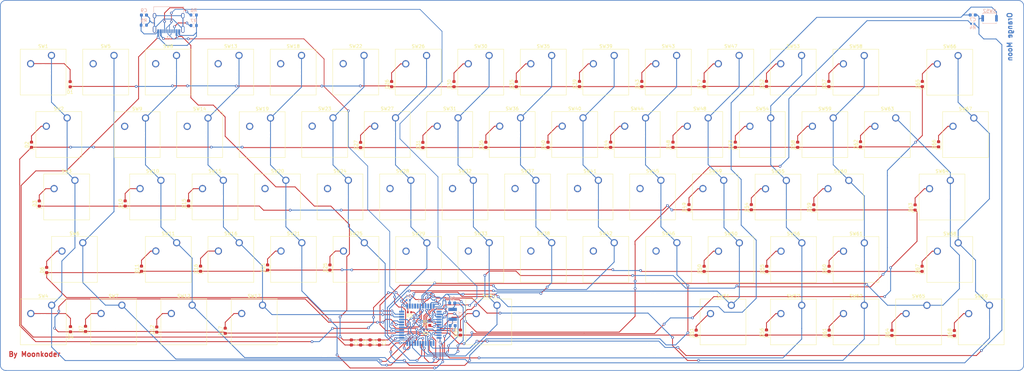
<source format=kicad_pcb>
(kicad_pcb (version 20211014) (generator pcbnew)
  (layers (0 "F.Cu" signal) (31 "B.Cu" signal) (34 "B.Paste" user) (35 "F.Paste" user) (36 "B.SilkS" user "B.Silkscreen") (37 "F.SilkS" user "F.Silkscreen") (38 "B.Mask" user) (39 "F.Mask" user) (44 "Edge.Cuts" user))
  (net 0 "")
  (net 2 "+5V")
  (net 7 "GND")
  (net 8 "ROW1")
  (net 9 "ROW2")
  (net 10 "ROW3")
  (net 11 "ROW4")
  (net 12 "COL3")
  (net 13 "RST")
  (net 14 "COL6")
  (net 15 "COL7")
  (net 16 "COL8")
  (net 17 "COL9")
  (net 18 "COL11")
  (net 19 "COL10")
  (net 20 "COL12")
  (net 21 "COL13")
  (net 22 "ROW5")
  (net 23 "COL1")
  (net 24 "COL2")
  (net 25 "COL4")
  (net 26 "COL5")
  (net 27 "COL16")
  (net 28 "COL15")
  (net 29 "COL14")
  (net 30 "Net-(R3-Pad1)")
  (net 31 "Net-(R2-Pad1)")
  (net 32 "Net-(C8-Pad1)")
  (net 33 "Net-(C6-Pad1)")
  (net 34 "Net-(C5-Pad1)")
  (net 35 "Net-(R1-Pad2)")
  (net 36 "Net-(C9-Pad1)")
  (net 37 "USB_DP")
  (net 38 "USB_DN")
  (net 39 "Net-(D4-Pad2)")
  (net 40 "Net-(D7-Pad2)")
  (net 41 "Net-(D12-Pad2)")
  (net 42 "Net-(SW17-Pad2)")
  (net 43 "Net-(D6-Pad2)")
  (net 44 "Net-(D11-Pad2)")
  (net 45 "Net-(D16-Pad2)")
  (net 46 "Net-(D21-Pad2)")
  (net 47 "Net-(D25-Pad2)")
  (net 48 "Net-(D34-Pad2)")
  (net 49 "Net-(D3-Pad2)")
  (net 50 "Net-(D10-Pad2)")
  (net 51 "Net-(D15-Pad2)")
  (net 54 "Net-(R6-Pad2)")
  (net 55 "Net-(R7-Pad2)")
  (net 56 "Net-(D51-Pad2)")
  (net 57 "Net-(D56-Pad2)")
  (net 58 "Net-(D61-Pad2)")
  (net 59 "Net-(D64-Pad2)")
  (net 60 "Net-(SW69-Pad2)")
  (net 61 "Net-(D1-Pad2)")
  (net 62 "Net-(D2-Pad2)")
  (net 63 "Net-(SW47-Pad2)")
  (net 64 "Net-(D50-Pad2)")
  (net 65 "Net-(SW53-Pad2)")
  (net 66 "Net-(SW54-Pad2)")
  (net 67 "Net-(SW55-Pad2)")
  (net 68 "Net-(SW56-Pad2)")
  (net 69 "Net-(D57-Pad2)")
  (net 70 "Net-(D58-Pad2)")
  (net 71 "Net-(D59-Pad2)")
  (net 72 "Net-(SW61-Pad2)")
  (net 73 "Net-(D62-Pad2)")
  (net 74 "Net-(SW64-Pad2)")
  (net 75 "Net-(D65-Pad2)")
  (net 76 "Net-(D66-Pad2)")
  (net 77 "Net-(D67-Pad2)")
  (net 78 "Net-(SW48-Pad2)")
  (net 79 "Net-(D49-Pad2)")
  (net 80 "Net-(SW26-Pad2)")
  (net 81 "Net-(D27-Pad2)")
  (net 82 "Net-(SW30-Pad2)")
  (net 83 "Net-(D31-Pad2)")
  (net 84 "Net-(D35-Pad2)")
  (net 85 "Net-(D36-Pad2)")
  (net 86 "Net-(D39-Pad2)")
  (net 87 "Net-(D40-Pad2)")
  (net 88 "Net-(D43-Pad2)")
  (net 89 "Net-(SW44-Pad2)")
  (net 90 "Net-(SW5-Pad2)")
  (net 91 "Net-(SW8-Pad2)")
  (net 92 "Net-(SW9-Pad2)")
  (net 93 "Net-(SW13-Pad2)")
  (net 94 "Net-(D14-Pad2)")
  (net 95 "Net-(D18-Pad2)")
  (net 96 "Net-(D19-Pad2)")
  (net 97 "Net-(D20-Pad2)")
  (net 98 "Net-(D22-Pad2)")
  (net 99 "Net-(D23-Pad2)")
  (net 100 "Net-(SW24-Pad2)")
  (net 101 "Net-(SW28-Pad2)")
  (net 102 "Net-(D29-Pad2)")
  (net 103 "Net-(SW32-Pad2)")
  (net 104 "Net-(SW33-Pad2)")
  (net 105 "Net-(D37-Pad2)")
  (net 106 "Net-(D38-Pad2)")
  (net 107 "Net-(D41-Pad2)")
  (net 108 "Net-(D42-Pad2)")
  (net 109 "Net-(SW45-Pad2)")
  (net 110 "Net-(SW46-Pad2)")
  (footprint "Button_Switch_Keyboard:SW_Cherry_MX_1.00u_PCB" (layer "F.Cu") (at 88.7984 95.7072)
    (fp_text reference "SW24")
    (fp_text value "Mechanical_Switch")
  )
  (footprint "Button_Switch_Keyboard:SW_Cherry_MX_1.00u_PCB" (layer "F.Cu") (at 17.3736 57.6072)
    (fp_text reference "SW5")
    (fp_text value "Mechanical_Switch")
  )
  (footprint "Diode_SMD:D_0603_1608Metric" (layer "F.Cu") (at 216.2352 66.2934 90)
    (fp_text reference "D52")
    (fp_text value "D_Small")
  )
  (footprint "Diode_SMD:D_0603_1608Metric" (layer "F.Cu") (at 254.4602 142.2809 90)
    (fp_text reference "D64")
    (fp_text value "D_Small")
  )
  (footprint "Diode_SMD:D_0603_1608Metric" (layer "F.Cu") (at 64.1752 122.3234 90)
    (fp_text reference "D21")
    (fp_text value "D_Small")
  )
  (footprint "Diode_SMD:D_0603_1608Metric" (layer "F.Cu") (at 261.5352 104.0059 90)
    (fp_text reference "D63")
    (fp_text value "D_Small")
  )
  (footprint "Button_Switch_Keyboard:SW_Cherry_MX_1.00u_PCB" (layer "F.Cu") (at 26.9748 76.708)
    (fp_text reference "SW9")
    (fp_text value "Mechanical_Switch")
  )
  (footprint "Button_Switch_Keyboard:SW_Cherry_MX_1.00u_PCB" (layer "F.Cu") (at 69.7484 95.7072)
    (fp_text reference "SW20")
    (fp_text value "Mechanical_Switch")
  )
  (footprint "Diode_SMD:D_0603_1608Metric" (layer "F.Cu") (at 244.8852 84.7309 90)
    (fp_text reference "D62")
    (fp_text value "D_Small")
  )
  (footprint "Button_Switch_Keyboard:SW_Cherry_MX_1.00u_PCB" (layer "F.Cu") (at 188.8452 57.6084)
    (fp_text reference "SW43")
    (fp_text value "Mechanical_Switch")
  )
  (footprint "Diode_SMD:D_0603_1608Metric" (layer "F.Cu") (at 40.1002 102.7734 90)
    (fp_text reference "D15")
    (fp_text value "D_Small")
  )
  (footprint "Button_Switch_Keyboard:SW_Cherry_MX_1.00u_PCB" (layer "F.Cu") (at -1.6348 133.8434)
    (fp_text reference "SW4")
    (fp_text value "Mechanical_Switch")
  )
  (footprint "Diode_SMD:D_0603_1608Metric" (layer "F.Cu") (at 194.8102 142.2434 90)
    (fp_text reference "D51")
    (fp_text value "D_Small")
  )
  (footprint "Diode_SMD:D_0603_1608Metric" (layer "F.Cu") (at 235.3352 142.2434 90)
    (fp_text reference "D61")
    (fp_text value "D_Small")
  )
  (footprint "Diode_SMD:D_0603_1608Metric" (layer "F.Cu") (at 92.526824 84.9376 90)
    (fp_text reference "D27")
    (fp_text value "D_Small")
  )
  (footprint "Capacitor_SMD:C_0603_1608Metric" (layer "F.Cu") (at 92.56 145.2 -90)
    (fp_text reference "C3")
    (fp_text value "100u")
  )
  (footprint "Button_Switch_Keyboard:SW_Cherry_MX_1.00u_PCB" (layer "F.Cu") (at 36.4236 57.6072)
    (fp_text reference "SW8")
    (fp_text value "Mechanical_Switch")
  )
  (footprint "Diode_SMD:D_0603_1608Metric" (layer "F.Cu") (at 268.6852 84.7309 90)
    (fp_text reference "D66")
    (fp_text value "D_Small")
  )
  (footprint "Diode_SMD:D_0603_1608Metric" (layer "F.Cu") (at 206.7352 84.8684 90)
    (fp_text reference "D53")
    (fp_text value "D_Small")
  )
  (footprint "Button_Switch_Keyboard:SW_Cherry_MX_1.00u_PCB" (layer "F.Cu") (at 184.0484 95.7072)
    (fp_text reference "SW45")
    (fp_text value "Mechanical_Switch")
  )
  (footprint "Button_Switch_Keyboard:SW_Cherry_MX_1.00u_PCB" (layer "F.Cu") (at 226.9752 133.8634)
    (fp_text reference "SW57")
    (fp_text value "Mechanical_Switch")
  )
  (footprint "Diode_SMD:D_0603_1608Metric" (layer "F.Cu") (at 178.2352 66.3309 90)
    (fp_text reference "D43")
    (fp_text value "D_Small")
  )
  (footprint "Diode_SMD:D_0603_1608Metric" (layer "F.Cu") (at 30.4002 141.2734 90)
    (fp_text reference "D12")
    (fp_text value "D_Small")
  )
  (footprint "Button_Switch_Keyboard:SW_Cherry_MX_1.00u_PCB" (layer "F.Cu") (at 93.5736 57.594055)
    (fp_text reference "SW22")
    (fp_text value "Mechanical_Switch")
  )
  (footprint "Button_Switch_Keyboard:SW_Cherry_MX_1.00u_PCB" (layer "F.Cu") (at 131.7244 114.7572)
    (fp_text reference "SW33")
    (fp_text value "Mechanical_Switch")
  )
  (footprint "Diode_SMD:D_0603_1608Metric" (layer "F.Cu") (at 149.644288 84.8868 90)
    (fp_text reference "D40")
    (fp_text value "D_Small")
  )
  (footprint "Button_Switch_Keyboard:SW_Cherry_MX_1.00u_PCB" (layer "F.Cu") (at 65.0748 76.708)
    (fp_text reference "SW19")
    (fp_text value "Mechanical_Switch")
  )
  (footprint "Button_Switch_Keyboard:SW_Cherry_MX_1.00u_PCB" (layer "F.Cu") (at 169.8152 57.620022)
    (fp_text reference "SW39")
    (fp_text value "Mechanical_Switch")
  )
  (footprint "Button_Switch_Keyboard:SW_Cherry_MX_1.75u_PCB" (layer "F.Cu") (at 5.4652 95.7184)
    (fp_text reference "SW3")
    (fp_text value "Mechanical_Switch")
  )
  (footprint "Button_Switch_Keyboard:SW_Cherry_MX_2.00u_PCB" (layer "F.Cu") (at 7.8652 114.7734)
    (fp_text reference "SW6")
    (fp_text value "Mechanical_Switch")
  )
  (footprint "Diode_SMD:D_0603_1608Metric" (layer "F.Cu") (at 168.7352 84.8684 90)
    (fp_text reference "D44")
    (fp_text value "D_Small")
  )
  (footprint "Button_Switch_Keyboard:SW_Cherry_MX_1.50u_PCB" (layer "F.Cu") (at 279.4252 76.6934)
    (fp_text reference "SW67")
    (fp_text value "Mechanical_Switch")
  )
  (footprint "Diode_SMD:D_0603_1608Metric" (layer "F.Cu") (at 235.3102 122.7434 90)
    (fp_text reference "D60")
    (fp_text value "D_Small")
  )
  (footprint "Button_Switch_Keyboard:SW_Cherry_MX_1.00u_PCB" (layer "F.Cu") (at 203.2 95.7072)
    (fp_text reference "SW49")
    (fp_text value "Mechanical_Switch")
  )
  (footprint "Diode_SMD:D_0603_1608Metric" (layer "F.Cu") (at 216.3102 122.7559 90)
    (fp_text reference "D55")
    (fp_text value "D_Small")
  )
  (footprint "Button_Switch_Keyboard:SW_Cherry_MX_2.00u_PCB" (layer "F.Cu") (at 274.6602 114.8134)
    (fp_text reference "SW68")
    (fp_text value "Mechanical_Switch")
  )
  (footprint "Button_Switch_Keyboard:SW_Cherry_MX_6.25u_PCB" (layer "F.Cu") (at 134.10145 133.8584)
    (fp_text reference "SW34")
    (fp_text value "Mechanical_Switch")
  )
  (footprint "Button_Switch_Keyboard:SW_Cherry_MX_1.00u_PCB" (layer "F.Cu") (at 126.8984 95.7072)
    (fp_text reference "SW32")
    (fp_text value "Mechanical_Switch")
  )
  (footprint "Diode_SMD:D_0603_1608Metric" (layer "F.Cu") (at 230.6602 103.9684 90)
    (fp_text reference "D59")
    (fp_text value "D_Small")
  )
  (footprint "Button_Switch_Keyboard:SW_Cherry_MX_1.00u_PCB" (layer "F.Cu") (at -1.6848 57.6072)
    (fp_text reference "SW1")
    (fp_text value "Mechanical_Switch")
  )
  (footprint "Button_Switch_Keyboard:SW_Cherry_MX_1.00u_PCB" (layer "F.Cu") (at 84.1248 76.6572)
    (fp_text reference "SW23")
    (fp_text value "Mechanical_Switch")
  )
  (footprint "Diode_SMD:D_0603_1608Metric" (layer "F.Cu") (at 139.9852 66.3684 90)
    (fp_text reference "D35")
    (fp_text value "D_Small")
  )
  (footprint "Diode_SMD:D_0603_1608Metric" (layer "F.Cu") (at -7.7724 84.8613 90)
    (fp_text reference "D2")
    (fp_text value "D_Small")
  )
  (footprint "Button_Switch_Keyboard:SW_Cherry_MX_1.00u_PCB" (layer "F.Cu") (at 31.6652 95.7184)
    (fp_text reference "SW10")
    (fp_text value "Mechanical_Switch")
  )
  (footprint "Diode_SMD:D_0603_1608Metric" (layer "F.Cu") (at 4.0132 66.3956 90)
    (fp_text reference "D1")
    (fp_text value "D_Small")
  )
  (footprint "Button_Switch_Keyboard:SW_Cherry_MX_1.00u_PCB" (layer "F.Cu") (at 150.7552 57.6184)
    (fp_text reference "SW35")
    (fp_text value "Mechanical_Switch")
  )
  (footprint "Diode_SMD:D_0603_1608Metric" (layer "F.Cu") (at 25.7502 122.6984 90)
    (fp_text reference "D11")
    (fp_text value "D_Small")
  )
  (footprint "Diode_SMD:D_0603_1608Metric" (layer "F.Cu") (at 187.7352 84.8684 90)
    (fp_text reference "D48")
    (fp_text value "D_Small")
  )
  (footprint "Diode_SMD:D_0603_1608Metric" (layer "F.Cu") (at -5.3998 102.8109 90)
    (fp_text reference "D3")
    (fp_text value "D_Small")
  )
  (footprint "Button_Switch_Keyboard:SW_Cherry_MX_1.00u_PCB" (layer "F.Cu") (at 55.5402 114.7684)
    (fp_text reference "SW16")
    (fp_text value "Mechanical_Switch")
  )
  (footprint "Button_Switch_Keyboard:SW_Cherry_MX_1.00u_PCB" (layer "F.Cu") (at 246.0502 133.8634)
    (fp_text reference "SW62")
    (fp_text value "Mechanical_Switch")
  )
  (footprint "Button_Switch_Keyboard:SW_Cherry_MX_1.25u_PCB" (layer "F.Cu") (at 62.6402 133.8284)
    (fp_text reference "SW17")
    (fp_text value "Mechanical_Switch")
  )
  (footprint "Button_Switch_Keyboard:SW_Cherry_MX_1.00u_PCB" (layer "F.Cu") (at 198.4502 76.6734)
    (fp_text reference "SW48")
    (fp_text value "Mechanical_Switch")
  )
  (footprint "Diode_SMD:D_0603_1608Metric" (layer "F.Cu") (at 216.2352 142.1684 90)
    (fp_text reference "D56")
    (fp_text value "D_Small")
  )
  (footprint "Button_Switch_Keyboard:SW_Cherry_MX_1.00u_PCB" (layer "F.Cu") (at 36.4702 114.7684)
    (fp_text reference "SW11")
    (fp_text value "Mechanical_Switch")
  )
  (footprint "Diode_SMD:D_0603_1608Metric" (layer "F.Cu") (at 122.9502 142.1734 90)
    (fp_text reference "D34")
    (fp_text value "D_Small")
  )
  (footprint "Button_Switch_Keyboard:SW_Cherry_MX_1.00u_PCB" (layer "F.Cu") (at 160.3248 76.6572)
    (fp_text reference "SW40")
    (fp_text value "Mechanical_Switch")
  )
  (footprint "Diode_SMD:D_0603_1608Metric" (layer "F.Cu") (at 263.6602 122.7309 90)
    (fp_text reference "D67")
    (fp_text value "D_Small")
  )
  (footprint "Diode_SMD:D_0603_1608Metric" (layer "F.Cu") (at 211.6102 103.9309 90)
    (fp_text reference "D54")
    (fp_text value "D_Small")
  )
  (footprint "Button_Switch_Keyboard:SW_Cherry_MX_1.00u_PCB" (layer "F.Cu") (at 50.6984 95.7072)
    (fp_text reference "SW15")
    (fp_text value "Mechanical_Switch")
  )
  (footprint "Diode_SMD:D_0603_1608Metric" (layer "F.Cu") (at 159.2352 66.3309 90)
    (fp_text reference "D39")
    (fp_text value "D_Small")
  )
  (footprint "Button_Switch_Keyboard:SW_Cherry_MX_1.00u_PCB" (layer "F.Cu") (at 41.2002 133.8284)
    (fp_text reference "SW12")
    (fp_text value "Mechanical_Switch")
  )
  (footprint "Button_Switch_Keyboard:SW_Cherry_MX_1.00u_PCB" (layer "F.Cu") (at 150.7744 114.7572)
    (fp_text reference "SW38")
    (fp_text value "Mechanical_Switch")
  )
  (footprint "Button_Switch_Keyboard:SW_Cherry_MX_1.00u_PCB" (layer "F.Cu") (at 74.5236 57.6072)
    (fp_text reference "SW18")
    (fp_text value "Mechanical_Switch")
  )
  (footprint "Button_Switch_Keyboard:SW_Cherry_MX_1.00u_PCB" (layer "F.Cu") (at 226.9236 57.6072)
    (fp_text reference "SW53")
    (fp_text value "Mechanical_Switch")
  )
  (footprint "Button_Switch_Keyboard:SW_Cherry_MX_1.00u_PCB" (layer "F.Cu") (at 74.6152 114.7684)
    (fp_text reference "SW21")
    (fp_text value "Mechanical_Switch")
  )
  (footprint "Button_Switch_Keyboard:SW_Cherry_MX_1.00u_PCB" (layer "F.Cu") (at 188.9252 114.7572)
    (fp_text reference "SW46")
    (fp_text value "Mechanical_Switch")
  )
  (footprint "Diode_SMD:D_0603_1608Metric" (layer "F.Cu") (at 120.9852 66.3684 90)
    (fp_text reference "D30")
    (fp_text value "D_Small")
  )
  (footprint "Button_Switch_Keyboard:SW_Cherry_MX_1.00u_PCB" (layer "F.Cu") (at 164.9984 95.7072)
    (fp_text reference "SW41")
    (fp_text value "Mechanical_Switch")
  )
  (footprint "Button_Switch_Keyboard:SW_Cherry_MX_1.00u_PCB" (layer "F.Cu") (at 179.3752 76.6634)
    (fp_text reference "SW44")
    (fp_text value "Mechanical_Switch")
  )
  (footprint "Diode_SMD:D_0603_1608Metric" (layer "F.Cu") (at 101.9852 66.3584 90)
    (fp_text reference "D26")
    (fp_text value "D_Small")
  )
  (footprint "Diode_SMD:D_0603_1608Metric" (layer "F.Cu") (at 197.2352 66.3309 90)
    (fp_text reference "D47")
    (fp_text value "D_Small")
  )
  (footprint "Button_Switch_Keyboard:SW_Cherry_MX_1.25u_PCB" (layer "F.Cu") (at 205.5252 133.8634)
    (fp_text reference "SW51")
    (fp_text value "Mechanical_Switch")
  )
  (footprint "Button_Switch_Keyboard:SW_Cherry_MX_1.00u_PCB" (layer "F.Cu") (at 246.0602 114.8084)
    (fp_text reference "SW61")
    (fp_text value "Mechanical_Switch")
  )
  (footprint "Button_Switch_Keyboard:SW_Cherry_MX_1.00u_PCB" (layer "F.Cu") (at 207.902646 57.6072)
    (fp_text reference "SW47")
    (fp_text value "Mechanical_Switch")
  )
  (footprint "Resistor_SMD:R_0402_1005Metric" (layer "F.Cu") (at 107.43 135.98 180)
    (fp_text reference "R2")
    (fp_text value "22")
  )
  (footprint "Diode_SMD:D_0603_1608Metric" (layer "F.Cu") (at 20.7752 102.7859 90)
    (fp_text reference "D10")
    (fp_text value "D_Small")
  )
  (footprint "Capacitor_SMD:C_0603_1608Metric" (layer "F.Cu") (at 98.26 145.2 -90)
    (fp_text reference "C1")
    (fp_text value "10u")
  )
  (footprint "Diode_SMD:D_0603_1608Metric" (layer "F.Cu") (at 235.2352 66.3309 90)
    (fp_text reference "D57")
    (fp_text value "D_Small")
  )
  (footprint "Button_Switch_Keyboard:SW_Cherry_MX_1.00u_PCB" (layer "F.Cu") (at 122.2248 76.6572)
    (fp_text reference "SW31")
    (fp_text value "Mechanical_Switch")
  )
  (footprint "Diode_SMD:D_0603_1608Metric" (layer "F.Cu") (at 8.7002 141.0609 90)
    (fp_text reference "D7")
    (fp_text value "D_Small")
  )
  (footprint "Button_Switch_Keyboard:SW_Cherry_MX_1.00u_PCB" (layer "F.Cu") (at 265.1252 133.8634)
    (fp_text reference "SW65")
    (fp_text value "Mechanical_Switch")
  )
  (footprint "Diode_SMD:D_0603_1608Metric" (layer "F.Cu") (at 197.2352 122.7434 90)
    (fp_text reference "D50")
    (fp_text value "D_Small")
  )
  (footprint "Diode_SMD:D_0603_1608Metric" (layer "F.Cu") (at 225.7352 84.8684 90)
    (fp_text reference "D58")
    (fp_text value "D_Small")
  )
  (footprint "Button_Switch_Keyboard:SW_Cherry_MX_1.00u_PCB" (layer "F.Cu") (at 55.4736 57.6072)
    (fp_text reference "SW13")
    (fp_text value "Mechanical_Switch")
  )
  (footprint "Button_Switch_Keyboard:SW_Cherry_MX_1.00u_PCB" (layer "F.Cu") (at 284.2002 133.8634)
    (fp_text reference "SW69")
    (fp_text value "Mechanical_Switch")
  )
  (footprint "Button_Switch_Keyboard:SW_Cherry_MX_1.50u_PCB" (layer "F.Cu") (at 3.0902 76.6684)
    (fp_text reference "SW2")
    (fp_text value "Mechanical_Switch")
  )
  (footprint "Diode_SMD:D_0603_1608Metric" (layer "F.Cu") (at 4.1002 141.1609 90)
    (fp_text reference "D4")
    (fp_text value "D_Small")
  )
  (footprint "Button_Switch_Keyboard:SW_Cherry_MX_1.00u_PCB" (layer "F.Cu") (at 241.3252 95.7384)
    (fp_text reference "SW60")
    (fp_text value "Mechanical_Switch")
  )
  (footprint "Diode_SMD:D_0603_1608Metric" (layer "F.Cu") (at 263.7352 66.3309 90)
    (fp_text reference "D65")
    (fp_text value "D_Small")
  )
  (footprint "Capacitor_SMD:C_0603_1608Metric" (layer "F.Cu") (at 95.41 145.2 -90)
    (fp_text reference "C2")
    (fp_text value "1u")
  )
  (footprint "Button_Switch_Keyboard:SW_Cherry_MX_1.00u_PCB" (layer "F.Cu") (at 93.6652 114.7684)
    (fp_text reference "SW25")
    (fp_text value "Mechanical_Switch")
  )
  (footprint "Diode_SMD:D_0603_1608Metric" (layer "F.Cu") (at 273.4852 142.3559 90)
    (fp_text reference "D68")
    (fp_text value "D_Small")
  )
  (footprint "Diode_SMD:D_0603_1608Metric" (layer "F.Cu") (at 130.696643 84.8868 90)
    (fp_text reference "D36")
    (fp_text value "D_Small")
  )
  (footprint "Button_Switch_Keyboard:SW_Cherry_MX_1.00u_PCB" (layer "F.Cu") (at 227.0102 114.8084)
    (fp_text reference "SW56")
    (fp_text value "Mechanical_Switch")
  )
  (footprint "Diode_SMD:D_0603_1608Metric" (layer "F.Cu") (at -3.1498 123.0984 90)
    (fp_text reference "D6")
    (fp_text value "D_Small")
  )
  (footprint "Button_Switch_Keyboard:SW_Cherry_MX_2.00u_PCB" (layer "F.Cu") (at 274.638604 57.6684)
    (fp_text reference "SW66")
    (fp_text value "Mechanical_Switch")
  )
  (footprint "Button_Switch_Keyboard:SW_Cherry_MX_1.00u_PCB" (layer "F.Cu") (at 103.1748 76.6572)
    (fp_text reference "SW27")
    (fp_text value "Mechanical_Switch")
  )
  (footprint "Button_Switch_Keyboard:SW_Cherry_MX_1.00u_PCB" (layer "F.Cu") (at 222.2852 95.7684)
    (fp_text reference "SW55")
    (fp_text value "Mechanical_Switch")
  )
  (footprint "Button_Switch_Keyboard:SW_Cherry_MX_1.00u_PCB" (layer "F.Cu") (at 141.2748 76.6572)
    (fp_text reference "SW36")
    (fp_text value "Mechanical_Switch")
  )
  (footprint "Diode_SMD:D_0603_1608Metric" (layer "F.Cu") (at 83.1752 122.3359 90)
    (fp_text reference "D25")
    (fp_text value "D_Small")
  )
  (footprint "Button_Switch_Keyboard:SW_Cherry_MX_1.00u_PCB" (layer "F.Cu") (at 169.8244 114.7572)
    (fp_text reference "SW42")
    (fp_text value "Mechanical_Switch")
  )
  (footprint "Button_Switch_Keyboard:SW_Cherry_MX_1.00u_PCB" (layer "F.Cu") (at 145.9484 95.7072)
    (fp_text reference "SW37")
    (fp_text value "Mechanical_Switch")
  )
  (footprint "Button_Switch_Keyboard:SW_Cherry_MX_1.00u_PCB" (layer "F.Cu") (at 131.6952 57.6184)
    (fp_text reference "SW30")
    (fp_text value "Mechanical_Switch")
  )
  (footprint "Resistor_SMD:R_0402_1005Metric" (layer "F.Cu") (at 112.33 141.33 180)
    (fp_text reference "R3")
    (fp_text value "22")
  )
  (footprint "Diode_SMD:D_0603_1608Metric" (layer "F.Cu") (at 111.506 84.9376 90)
    (fp_text reference "D31")
    (fp_text value "D_Small")
  )
  (footprint "Capacitor_SMD:C_0603_1608Metric" (layer "F.Cu") (at 89.69 145.205 -90)
    (fp_text reference "C4")
    (fp_text value "100u")
  )
  (footprint "Button_Switch_Keyboard:SW_Cherry_MX_1.00u_PCB" (layer "F.Cu") (at 236.5752 76.6884)
    (fp_text reference "SW59")
    (fp_text value "Mechanical_Switch")
  )
  (footprint "Capacitor_SMD:C_0603_1608Metric" (layer "F.Cu") (at 113.6 139.22 90)
    (fp_text reference "C8")
    (fp_text value "1u")
  )
  (footprint "Button_Switch_Keyboard:SW_Cherry_MX_2.25u_PCB" (layer "F.Cu") (at 272.2752 95.7434)
    (fp_text reference "SW64")
    (fp_text value "Mechanical_Switch")
  )
  (footprint "Diode_SMD:D_0603_1608Metric" (layer "F.Cu") (at 43.7502 122.6984 90)
    (fp_text reference "D16")
    (fp_text value "D_Small")
  )
  (footprint "Diode_SMD:D_0603_1608Metric" (layer "F.Cu") (at 192.6102 103.9309 90)
    (fp_text reference "D49")
    (fp_text value "D_Small")
  )
  (footprint "Diode_SMD:D_0603_1608Metric" (layer "F.Cu") (at 51.2752 141.6484 90)
    (fp_text reference "D17")
    (fp_text value "D_Small")
  )
  (footprint "Button_Switch_Keyboard:SW_Cherry_MX_1.00u_PCB" (layer "F.Cu") (at 255.6252 76.6884)
    (fp_text reference "SW63")
    (fp_text value "Mechanical_Switch")
  )
  (footprint "Button_Switch_Keyboard:SW_Cherry_MX_1.00u_PCB" (layer "F.Cu") (at 112.6352 57.6284)
    (fp_text reference "SW26")
    (fp_text value "Mechanical_Switch")
  )
  (footprint "Button_Switch_Keyboard:SW_Cherry_MX_1.00u_PCB" (layer "F.Cu") (at 246.0244 57.6434)
    (fp_text reference "SW58")
    (fp_text value "Mechanical_Switch")
  )
  (footprint "Button_Switch_Keyboard:SW_Cherry_MX_1.00u_PCB" (layer "F.Cu") (at 217.5252 76.6884)
    (fp_text reference "SW54")
    (fp_text value "Mechanical_Switch")
  )
  (footprint "Button_Switch_Keyboard:SW_Cherry_MX_1.00u_PCB" (layer "F.Cu") (at 46.0248 76.708)
    (fp_text reference "SW14")
    (fp_text value "Mechanical_Switch")
  )
  (footprint "Button_Switch_Keyboard:SW_Cherry_MX_1.00u_PCB" (layer "F.Cu") (at 107.8484 95.7072)
    (fp_text reference "SW28")
    (fp_text value "Mechanical_Switch")
  )
  (footprint "Button_Switch_Keyboard:SW_Cherry_MX_1.00u_PCB" (layer "F.Cu") (at 112.7252 114.808)
    (fp_text reference "SW29")
    (fp_text value "Mechanical_Switch")
  )
  (footprint "Button_Switch_Keyboard:SW_Cherry_MX_1.25u_PCB" (layer "F.Cu") (at 19.78245 133.8284)
    (fp_text reference "SW7")
    (fp_text value "Mechanical_Switch")
  )
  (footprint "Button_Switch_Keyboard:SW_Cherry_MX_1.00u_PCB" (layer "F.Cu") (at 207.9602 114.8084)
    (fp_text reference "SW50")
    (fp_text value "Mechanical_Switch")
  )
  (footprint "Connector_USB:USB_C_Receptacle_XKB_U262-16XN-4BVC11" (layer "B.Cu") (at 34.036 46.5526)
    (fp_text reference "J1")
    (fp_text value "USB_C_Receptacle")
  )
  (footprint "Capacitor_SMD:C_0603_1608Metric" (layer "B.Cu") (at 120.4468 133.1736 180)
    (fp_text reference "C5")
    (fp_text value "22p")
  )
  (footprint "Resistor_SMD:R_0603_1608Metric" (layer "B.Cu") (at 41.67 45.27 180)
    (fp_text reference "R6")
    (fp_text value "5.1k")
  )
  (footprint "Resistor_SMD:R_0402_1005Metric" (layer "B.Cu") (at 107.05 132.26 180)
    (fp_text reference "R1")
    (fp_text value "10k")
  )
  (footprint "Resistor_SMD:R_0402_1005Metric" (layer "B.Cu") (at 279.0952 47.9552)
    (fp_text reference "R4")
    (fp_text value "10k")
  )
  (footprint "Capacitor_SMD:C_0603_1608Metric" (layer "B.Cu") (at 279.0952 45.2628)
    (fp_text reference "C7")
    (fp_text value "100n")
  )
  (footprint "Crystal:Resonator_SMD_Murata_CDSCB-2Pin_4.5x2.0mm" (layer "B.Cu") (at 120.57 136.62 90)
    (fp_text reference "Y1")
    (fp_text value "16MHz")
  )
  (footprint "Package_QFP:TQFP-44_10x10mm_P0.8mm" (layer "B.Cu") (at 110.744 139.8016 180)
    (fp_text reference "U1")
    (fp_text value "ATmega32U4-A")
  )
  (footprint "Capacitor_SMD:C_0603_1608Metric" (layer "B.Cu") (at 26.505 45.295 180)
    (fp_text reference "C9")
    (fp_text value "100n")
  )
  (footprint "Capacitor_SMD:C_0603_1608Metric" (layer "B.Cu") (at 120.59 140.07)
    (fp_text reference "C6")
    (fp_text value "22p")
  )
  (footprint "Resistor_SMD:R_0603_1608Metric" (layer "B.Cu") (at 41.675 48.48 180)
    (fp_text reference "R7")
    (fp_text value "5.1k")
  )
  (footprint "Resistor_SMD:R_0603_1608Metric" (layer "B.Cu") (at 26.455 48.37 180)
    (fp_text reference "R5")
    (fp_text value "1M")
  )
  (footprint "Button_Switch_SMD:SW_Push_SPST_NO_Alps_SKRK" (layer "B.Cu") (at 284.226 46.2788 180)
    (fp_text reference "SW52")
    (fp_text value "SW_Push")
  )
  (gr_arc (start -17.272 42.5196) (mid -16.766115 41.298285) (end -15.5448 40.7924) (layer "B.Cu") (width 0.2))
  (gr_line (start -15.5448 153.769484) (end 292.910685 153.769485) (layer "B.Cu") (width 0.2))
  (gr_line (start -15.5448 40.7924) (end 292.910685 40.792401) (layer "B.Cu") (width 0.2))
  (gr_arc (start -15.5448 153.769484) (mid -16.766115 153.263599) (end -17.272 152.042284) (layer "B.Cu") (width 0.2))
  (gr_arc (start 292.910685 40.792401) (mid 294.132 41.298286) (end 294.637885 42.519601) (layer "B.Cu") (width 0.2))
  (gr_line (start 294.637885 152.042285) (end 294.637885 42.519601) (layer "B.Cu") (width 0.2))
  (gr_arc (start 294.637885 152.042285) (mid 294.132 153.2636) (end 292.910685 153.769485) (layer "B.Cu") (width 0.2))
  (gr_line (start -17.272 42.5196) (end -17.272 152.042284) (layer "B.Cu") (width 0.2))
  (gr_text "By Moonkoder" (at -6.858 148.7932) (layer "F.Cu") (effects (font (size 1.5 1.5) (thickness 0.3))))
  (gr_text "Orange Moon" (at 290.3728 51.9176 90) (layer "B.Cu") (effects (font (size 1.5 1.5) (thickness 0.3)) (justify mirror)))
  (segment (start 115.333763 132.299143) (end 115.333763 132.303763) (width 0.25) (layer "F.Cu") (net 2))
  (segment (start 115.333763 132.303763) (end 116.57 133.54) (width 0.25) (layer "F.Cu") (net 2))
  (segment (start 176.17 115.3) (end 176.21 115.34) (width 0.25) (layer "F.Cu") (net 2))
  (segment (start 199.029865 91.44) (end 176.17 114.299865) (width 0.25) (layer "F.Cu") (net 2))
  (segment (start 89.12 109.24) (end 89.12 118.2) (width 0.25) (layer "F.Cu") (net 2))
  (segment (start 35.9505 52.55) (end 32.53 52.55) (width 0.25) (layer "F.Cu") (net 2))
  (segment (start 83.46 103.58) (end 89.12 109.24) (width 0.25) (layer "F.Cu") (net 2))
  (segment (start 38.0705 51.8405) (end 40.79 54.56) (width 0.25) (layer "F.Cu") (net 2))
  (segment (start 32.53 52.55) (end 32.43 52.45) (width 0.25) (layer "F.Cu") (net 2))
  (segment (start 40.79 54.56) (end 40.79 70.51) (width 0.25) (layer "F.Cu") (net 2))
  (segment (start 176.21 126.455389) (end 176.2 126.465389) (width 0.25) (layer "F.Cu") (net 2))
  (segment (start 112.086319 132.1) (end 112.597129 131.58919) (width 0.25) (layer "F.Cu") (net 2))
  (segment (start 176.2 137.2) (end 171.33814 142.06186) (width 0.25) (layer "F.Cu") (net 2))
  (segment (start 119.220989 136.41) (end 121.1 136.41) (width 0.25) (layer "F.Cu") (net 2))
  (segment (start 118.52 135.780989) (end 118.52 134.4295) (width 0.25) (layer "F.Cu") (net 2))
  (segment (start 108.22 131.03) (end 109.29 132.1) (width 0.25) (layer "F.Cu") (net 2))
  (segment (start 98.26 144.425) (end 100.8754 144.425) (width 0.25) (layer "F.Cu") (net 2))
  (segment (start 40.79 70.51) (end 43.05 72.77) (width 0.25) (layer "F.Cu") (net 2))
  (segment (start 100.8754 144.425) (end 102.14 143.1604) (width 0.25) (layer "F.Cu") (net 2))
  (segment (start 43.05 72.77) (end 47.63 72.77) (width 0.25) (layer "F.Cu") (net 2))
  (segment (start 89.695 144.425) (end 89.69 144.43) (width 0.25) (layer "F.Cu") (net 2))
  (segment (start 118 132.18) (end 118.01376 132.16624) (width 0.25) (layer "F.Cu") (net 2))
  (segment (start 176.21 115.34) (end 176.21 126.455389) (width 0.25) (layer "F.Cu") (net 2))
  (segment (start 51.26 76.4) (end 51.26 82.28) (width 0.25) (layer "F.Cu") (net 2))
  (segment (start 109.85037 142.4057) (end 110.50635 143.06168) (width 0.25) (layer "F.Cu") (net 2))
  (segment (start 105.927299 133.526543) (end 104.980378 132.579622) (width 0.25) (layer "F.Cu") (net 2))
  (segment (start 88.32 135.3873) (end 86.28 137.4273) (width 0.25) (layer "F.Cu") (net 2))
  (segment (start 36.66 51.8405) (end 38.0705 51.8405) (width 0.25) (layer "F.Cu") (net 2))
  (segment (start 66.71 97.73) (end 72.57 97.73) (width 0.25) (layer "F.Cu") (net 2))
  (segment (start 176.17 114.299865) (end 176.17 115.3) (width 0.25) (layer "F.Cu") (net 2))
  (segment (start 118.220989 137.41) (end 119.220989 136.41) (width 0.25) (layer "F.Cu") (net 2))
  (segment (start 171.33814 142.06186) (end 127.83596 142.06186) (width 0.25) (layer "F.Cu") (net 2))
  (segment (start 47.63 72.77) (end 51.26 76.4) (width 0.25) (layer "F.Cu") (net 2))
  (segment (start 118.168195 136.132794) (end 118.52 135.780989) (width 0.25) (layer "F.Cu") (net 2))
  (segment (start 176.2 128.78) (end 176.2 137.2) (width 0.25) (layer "F.Cu") (net 2))
  (segment (start 122.598241 132.16624) (end 123.19 132.757999) (width 0.25) (layer "F.Cu") (net 2))
  (segment (start 119.3 147.814879) (end 118.958899 148.15598) (width 0.25) (layer "F.Cu") (net 2))
  (segment (start 98.26 144.425) (end 95.41 144.425) (width 0.25) (layer "F.Cu") (net 2))
  (segment (start 107.69 131.03) (end 108.22 131.03) (width 0.25) (layer "F.Cu") (net 2))
  (segment (start 92.56 144.425) (end 89.695 144.425) (width 0.25) (layer "F.Cu") (net 2))
  (segment (start 220.37 91.44) (end 199.029865 91.44) (width 0.25) (layer "F.Cu") (net 2))
  (segment (start 118.01376 132.16624) (end 122.598241 132.16624) (width 0.25) (layer "F.Cu") (net 2))
  (segment (start 109.29 132.1) (end 112.086319 132.1) (width 0.25) (layer "F.Cu") (net 2))
  (segment (start 78.42 103.58) (end 83.46 103.58) (width 0.25) (layer "F.Cu") (net 2))
  (segment (start 106.429435 143.00018) (end 107.023915 142.4057) (width 0.25) (layer "F.Cu") (net 2))
  (segment (start 109.743706 142.4057) (end 109.85037 142.4057) (width 0.25) (layer "F.Cu") (net 2))
  (segment (start 89.12 118.2) (end 88.32 119) (width 0.25) (layer "F.Cu") (net 2))
  (segment (start 51.26 82.28) (end 66.71 97.73) (width 0.25) (layer "F.Cu") (net 2))
  (segment (start 107.023915 142.4057) (end 109.743706 142.4057) (width 0.25) (layer "F.Cu") (net 2))
  (segment (start 36.66 51.8405) (end 35.9505 52.55) (width 0.25) (layer "F.Cu") (net 2))
  (segment (start 87.23 144.43) (end 86.28 143.48) (width 0.25) (layer "F.Cu") (net 2))
  (segment (start 110.50635 143.06168) (end 113.046467 143.06168) (width 0.25) (layer "F.Cu") (net 2))
  (segment (start 89.69 144.43) (end 87.23 144.43) (width 0.25) (layer "F.Cu") (net 2))
  (segment (start 127.83596 142.06186) (end 124.5241 138.75) (width 0.25) (layer "F.Cu") (net 2))
  (segment (start 119.3 146.2399) (end 119.3 147.814879) (width 0.25) (layer "F.Cu") (net 2))
  (segment (start 115.333763 132.299143) (end 115.539143 132.299143) (width 0.25) (layer "F.Cu") (net 2))
  (segment (start 88.32 119) (end 88.32 135.3873) (width 0.25) (layer "F.Cu") (net 2))
  (segment (start 72.57 97.73) (end 78.42 103.58) (width 0.25) (layer "F.Cu") (net 2))
  (segment (start 95.41 144.425) (end 92.56 144.425) (width 0.25) (layer "F.Cu") (net 2))
  (segment (start 105.927299 133.897299) (end 105.927299 133.526543) (width 0.25) (layer "F.Cu") (net 2))
  (via (at 113.046467 143.06168) (size 0.8) (drill 0.4) (layers "F.Cu" "B.Cu") (net 2))
  (via (at 176.2 126.465389) (size 0.8) (drill 0.4) (layers "F.Cu" "B.Cu") (net 2))
  (via (at 86.28 137.4273) (size 0.8) (drill 0.4) (layers "F.Cu" "B.Cu") (net 2))
  (via (at 124.5241 138.75) (size 0.8) (drill 0.4) (layers "F.Cu" "B.Cu") (net 2))
  (via (at 119.3 146.2399) (size 0.8) (drill 0.4) (layers "F.Cu" "B.Cu") (net 2))
  (via (at 86.28 143.48) (size 0.8) (drill 0.4) (layers "F.Cu" "B.Cu") (net 2))
  (via (at 112.597129 131.58919) (size 0.8) (drill 0.4) (layers "F.Cu" "B.Cu") (net 2))
  (via (at 104.980378 132.579622) (size 0.8) (drill 0.4) (layers "F.Cu" "B.Cu") (net 2))
  (via (at 123.19 132.757999) (size 0.8) (drill 0.4) (layers "F.Cu" "B.Cu") (net 2))
  (via (at 102.14 143.1604) (size 0.8) (drill 0.4) (layers "F.Cu" "B.Cu") (net 2))
  (via (at 121.1 136.41) (size 0.8) (drill 0.4) (layers "F.Cu" "B.Cu") (net 2))
  (via (at 32.43 52.45) (size 0.8) (drill 0.4) (layers "F.Cu" "B.Cu") (net 2))
  (via (at 107.69 131.03) (size 0.8) (drill 0.4) (layers "F.Cu" "B.Cu") (net 2))
  (via (at 105.927299 133.897299) (size 0.8) (drill 0.4) (layers "F.Cu" "B.Cu") (net 2))
  (via (at 118.220989 137.41) (size 0.8) (drill 0.4) (layers "F.Cu" "B.Cu") (net 2))
  (via (at 118.168195 136.132794) (size 0.8) (drill 0.4) (layers "F.Cu" "B.Cu") (net 2))
  (via (at 220.37 91.44) (size 0.8) (drill 0.4) (layers "F.Cu" "B.Cu") (net 2))
  (via (at 176.2 128.78) (size 0.8) (drill 0.4) (layers "F.Cu" "B.Cu") (net 2))
  (via (at 118.958899 148.15598) (size 0.8) (drill 0.4) (layers "F.Cu" "B.Cu") (net 2))
  (via (at 118.52 134.4295) (size 0.8) (drill 0.4) (layers "F.Cu" "B.Cu") (net 2))
  (via (at 118 132.18) (size 0.8) (drill 0.4) (layers "F.Cu" "B.Cu") (net 2))
  (via (at 106.429435 143.00018) (size 0.8) (drill 0.4) (layers "F.Cu" "B.Cu") (net 2))
  (via (at 115.333763 132.299143) (size 0.8) (drill 0.4) (layers "F.Cu" "B.Cu") (net 2))
  (via (at 116.57 133.54) (size 0.8) (drill 0.4) (layers "F.Cu" "B.Cu") (net 2))
  (via (at 36.66 51.8405) (size 0.8) (drill 0.4) (layers "F.Cu" "B.Cu") (net 2))
  (segment (start 117.518511 140.527089) (end 117.518511 137.771489) (width 0.25) (layer "B.Cu") (net 2))
  (segment (start 36.286 50.2226) (end 36.286 51.196) (width 0.25) (layer "B.Cu") (net 2))
  (segment (start 124.5241 134.092099) (end 124.5241 138.75) (width 0.25) (layer "B.Cu") (net 2))
  (segment (start 106.744 134.1016) (end 106.1316 134.1016) (width 0.25) (layer "B.Cu") (net 2))
  (segment (start 176.2 128.78) (end 176.2 126.465389) (width 0.25) (layer "B.Cu") (net 2))
  (segment (start 117.2616 136.6016) (end 116.444 136.6016) (width 0.25) (layer "B.Cu") (net 2))
  (segment (start 122.23 137.330978) (end 122.23 143.26) (width 0.25) (layer "B.Cu") (net 2))
  (segment (start 113.046467 143.06168) (end 112.905054 143.203093) (width 0.25) (layer "B.Cu") (net 2))
  (segment (start 117.03952 134.32048) (end 114.96288 134.32048) (width 0.25) (layer "B.Cu") (net 2))
  (segment (start 114.509143 132.299143) (end 115.333763 132.299143) (width 0.25) (layer "B.Cu") (net 2))
  (segment (start 102.14 143.1604) (end 102.2988 143.0016) (width 0.25) (layer "B.Cu") (net 2))
  (segment (start 118.52 132.7) (end 118 132.18) (width 0.25) (layer "B.Cu") (net 2))
  (segment (start 31.486 51.506) (end 31.486 50.2226) (width 0.25) (layer "B.Cu") (net 2))
  (segment (start 112.905054 143.203093) (end 112.905054 144.538623) (width 0.25) (layer "B.Cu") (net 2))
  (segment (start 117.444 140.6016) (end 117.518511 140.527089) (width 0.25) (layer "B.Cu") (net 2))
  (segment (start 36.586 51.7665) (end 36.586 50.2226) (width 0.25) (layer "B.Cu") (net 2))
  (segment (start 32.43 52.45) (end 31.486 51.506) (width 0.25) (layer "B.Cu") (net 2))
  (segment (start 115.3056 133.54) (end 114.744 134.1016) (width 0.25) (layer "B.Cu") (net 2))
  (segment (start 31.786 51.806) (end 31.786 50.2226) (width 0.25) (layer "B.Cu") (net 2))
  (segment (start 121.309022 136.41) (end 122.23 137.330978) (width 0.25) (layer "B.Cu") (net 2))
  (segment (start 117.699389 136.6016) (end 118.168195 136.132794) (width 0.25) (layer "B.Cu") (net 2))
  (segment (start 119.3 146.19) (end 119.3 146.2399) (width 0.25) (layer "B.Cu") (net 2))
  (segment (start 102.2988 143.0016) (end 105.044 143.0016) (width 0.25) (layer "B.Cu") (net 2))
  (segment (start 223.04 88.77) (end 220.37 91.44) (width 0.25) (layer "B.Cu") (net 2))
  (segment (start 117.58 132.6) (end 117.58 133.78) (width 0.25) (layer "B.Cu") (net 2))
  (segment (start 117.518511 137.771489) (end 117.518511 136.858511) (width 0.25) (layer "B.Cu") (net 2))
  (segment (start 118.683919 148.43096) (end 113.59 148.43096) (width 0.25) (layer "B.Cu") (net 2))
  (segment (start 113.59 148.43096) (end 113.144 147.98496) (width 0.25) (layer "B.Cu") (net 2))
  (segment (start 36.286 51.4665) (end 36.286 51.196) (width 0.25) (layer "B.Cu") (net 2))
  (segment (start 277.62 46.99) (end 246.892535 46.99) (width 0.25) (layer "B.Cu") (net 2))
  (segment (start 122.23 143.26) (end 119.3 146.19) (width 0.25) (layer "B.Cu") (net 2))
  (segment (start 118 132.18) (end 117.58 132.6) (width 0.25) (layer "B.Cu") (net 2))
  (segment (start 121.1 136.41) (end 121.309022 136.41) (width 0.25) (layer "B.Cu") (net 2))
  (segment (start 113.144 147.98496) (end 113.144 145.5016) (width 0.25) (layer "B.Cu") (net 2))
  (segment (start 106.53 131.03) (end 107.69 131.03) (width 0.25) (layer "B.Cu") (net 2))
  (segment (start 112.597129 131.58919) (end 113.79919 131.58919) (width 0.25) (layer "B.Cu") (net 2))
  (segment (start 123.19 132.757999) (end 124.5241 134.092099) (width 0.25) (layer "B.Cu") (net 2))
  (segment (start 118.958899 148.15598) (end 118.683919 148.43096) (width 0.25) (layer "B.Cu") (net 2))
  (segment (start 106.1316 134.1016) (end 105.927299 133.897299) (width 0.25) (layer "B.Cu") (net 2))
  (segment (start 32.43 52.45) (end 31.786 51.806) (width 0.25) (layer "B.Cu") (net 2))
  (segment (start 114.8784 134.1016) (end 114.744 134.1016) (width 0.25) (layer "B.Cu") (net 2))
  (segment (start 86.28 143.48) (end 86.28 137.4273) (width 0.25) (layer "B.Cu") (net 2))
  (segment (start 36.66 51.8405) (end 36.586 51.7665) (width 0.25) (layer "B.Cu") (net 2))
  (segment (start 117.518511 137.771489) (end 117.8595 137.771489) (width 0.25) (layer "B.Cu") (net 2))
  (segment (start 116.444 140.6016) (end 117.444 140.6016) (width 0.25) (layer "B.Cu") (net 2))
  (segment (start 113.144 144.777569) (end 113.144 145.5016) (width 0.25) (layer "B.Cu") (net 2))
  (segment (start 112.905054 144.538623) (end 113.144 144.777569) (width 0.25) (layer "B.Cu") (net 2))
  (segment (start 246.892535 46.99) (end 223.04 70.842535) (width 0.25) (layer "B.Cu") (net 2))
  (segment (start 116.57 133.54) (end 115.3056 133.54) (width 0.25) (layer "B.Cu") (net 2))
  (segment (start 117.58 133.78) (end 117.03952 134.32048) (width 0.25) (layer "B.Cu") (net 2))
  (segment (start 113.79919 131.58919) (end 114.509143 132.299143) (width 0.25) (layer "B.Cu") (net 2))
  (segment (start 104.980378 132.579622) (end 106.53 131.03) (width 0.25) (layer "B.Cu") (net 2))
  (segment (start 114.96288 134.32048) (end 114.744 134.1016) (width 0.25) (layer "B.Cu") (net 2))
  (segment (start 278.5852 47.9552) (end 277.62 46.99) (width 0.25) (layer "B.Cu") (net 2))
  (segment (start 106.428015 143.0016) (end 106.429435 143.00018) (width 0.25) (layer "B.Cu") (net 2))
  (segment (start 117.518511 136.858511) (end 117.2616 136.6016) (width 0.25) (layer "B.Cu") (net 2))
  (segment (start 118.52 134.4295) (end 118.52 132.7) (width 0.25) (layer "B.Cu") (net 2))
  (segment (start 223.04 70.842535) (end 223.04 88.77) (width 0.25) (layer "B.Cu") (net 2))
  (segment (start 105.044 143.0016) (end 106.428015 143.0016) (width 0.25) (layer "B.Cu") (net 2))
  (segment (start 117.8595 137.771489) (end 118.220989 137.41) (width 0.25) (layer "B.Cu") (net 2))
  (segment (start 116.444 136.6016) (end 117.699389 136.6016) (width 0.25) (layer "B.Cu") (net 2))
  (segment (start 36.66 51.8405) (end 36.286 51.4665) (width 0.25) (layer "B.Cu") (net 2))
  (segment (start 89.69 145.98) (end 92.555 145.98) (width 0.25) (layer "F.Cu") (net 7))
  (segment (start 98.26 145.975) (end 101.195 145.975) (width 0.25) (layer "F.Cu") (net 7))
  (segment (start -10.92 139.89) (end -10.92 97.3) (width 0.25) (layer "F.Cu") (net 7))
  (segment (start -7.245386 143.564614) (end -10.92 139.89) (width 0.25) (layer "F.Cu") (net 7))
  (segment (start 120.35 140.97) (end 116.86558 140.97) (width 0.25) (layer "F.Cu") (net 7))
  (segment (start 92.555 145.98) (end 92.56 145.975) (width 0.25) (layer "F.Cu") (net 7))
  (segment (start 24.87 70.81) (end 24.87 58.03) (width 0.25) (layer "F.Cu") (net 7))
  (segment (start 108.74 130.32) (end 109.17 129.89) (width 0.25) (layer "F.Cu") (net 7))
  (segment (start 101.195 145.975) (end 103.18 143.99) (width 0.25) (layer "F.Cu") (net 7))
  (segment (start 120.8 141.42) (end 120.35 140.97) (width 0.25) (layer "F.Cu") (net 7))
  (segment (start 134.44 131.25) (end 133.68 130.49) (width 0.25) (layer "F.Cu") (net 7))
  (segment (start 112.587598 135.451102) (end 112.587598 136.296027) (width 0.25) (layer "F.Cu") (net 7))
  (segment (start 113.805139 138.239861) (end 113.6 138.445) (width 0.25) (layer "F.Cu") (net 7))
  (segment (start 110.627501 141.222499) (end 110.627501 141.522499) (width 0.25) (layer "F.Cu") (net 7))
  (segment (start 116.86558 140.97) (end 114.89 138.99442) (width 0.25) (layer "F.Cu") (net 7))
  (segment (start -10.92 97.3) (end -6.47 92.85) (width 0.25) (layer "F.Cu") (net 7))
  (segment (start 111.811441 140.038559) (end 110.627501 141.222499) (width 0.25) (layer "F.Cu") (net 7))
  (segment (start 2.83 92.85) (end 24.87 70.81) (width 0.25) (layer "F.Cu") (net 7))
  (segment (start -6.47 92.85) (end 2.83 92.85) (width 0.25) (layer "F.Cu") (net 7))
  (segment (start 109.17 129.89) (end 112.270808 129.89) (width 0.25) (layer "F.Cu") (net 7))
  (segment (start 113.805139 137.303807) (end 113.805139 138.239861) (width 0.25) (layer "F.Cu") (net 7))
  (segment (start 112.587598 136.296027) (end 111.811441 137.072184) (width 0.25) (layer "F.Cu") (net 7))
  (segment (start 95.41 145.975) (end 98.26 145.975) (width 0.25) (layer "F.Cu") (net 7))
  (segment (start 92.56 145.975) (end 95.41 145.975) (width 0.25) (layer "F.Cu") (net 7))
  (segment (start 87.755386 145.98) (end 85.34 143.564614) (width 0.25) (layer "F.Cu") (net 7))
  (segment (start 114.89 138.99442) (end 114.14942 138.99442) (width 0.25) (layer "F.Cu") (net 7))
  (segment (start 24.87 58.03) (end 30.82 52.08) (width 0.25) (layer "F.Cu") (net 7))
  (segment (start 89.69 145.98) (end 87.755386 145.98) (width 0.25) (layer "F.Cu") (net 7))
  (segment (start 133.68 130.49) (end 123.77 130.49) (width 0.25) (layer "F.Cu") (net 7))
  (segment (start 114.14942 138.99442) (end 113.6 138.445) (width 0.25) (layer "F.Cu") (net 7))
  (segment (start 85.34 143.564614) (end -7.245386 143.564614) (width 0.25) (layer "F.Cu") (net 7))
  (segment (start 112.270808 129.89) (end 113.115308 130.7345) (width 0.25) (layer "F.Cu") (net 7))
  (segment (start 111.811441 137.072184) (end 111.811441 140.038559) (width 0.25) (layer "F.Cu") (net 7))
  (via (at 103.18 143.99) (size 0.8) (drill 0.4) (layers "F.Cu" "B.Cu") (net 7))
  (via (at 113.805139 137.303807) (size 0.8) (drill 0.4) (layers "F.Cu" "B.Cu") (net 7))
  (via (at 123.77 130.49) (size 0.8) (drill 0.4) (layers "F.Cu" "B.Cu") (net 7))
  (via (at 134.44 131.25) (size 0.8) (drill 0.4) (layers "F.Cu" "B.Cu") (net 7))
  (via (at 30.82 52.08) (size 0.8) (drill 0.4) (layers "F.Cu" "B.Cu") (net 7))
  (via (at 112.587598 135.451102) (size 0.8) (drill 0.4) (layers "F.Cu" "B.Cu") (net 7))
  (via (at 108.74 130.32) (size 0.8) (drill 0.4) (layers "F.Cu" "B.Cu") (net 7))
  (via (at 113.115308 130.7345) (size 0.8) (drill 0.4) (layers "F.Cu" "B.Cu") (net 7))
  (via (at 120.8 141.42) (size 0.8) (drill 0.4) (layers "F.Cu" "B.Cu") (net 7))
  (via (at 114.89 138.99442) (size 0.8) (drill 0.4) (layers "F.Cu" "B.Cu") (net 7))
  (via (at 110.627501 141.522499) (size 0.8) (drill 0.4) (layers "F.Cu" "B.Cu") (net 7))
  (segment (start 112.869489 135.176111) (end 113.743511 135.176111) (width 0.25) (layer "B.Cu") (net 7))
  (segment (start 205.47 92.4) (end 208.53 95.46) (width 0.25) (layer "B.Cu") (net 7))
  (segment (start 276.1996 45.2628) (end 276.098 45.3644) (width 0.25) (layer "B.Cu") (net 7))
  (segment (start 231.571268 45.974) (end 205.47 72.075268) (width 0.25) (layer "B.Cu") (net 7))
  (segment (start 25.63 48.37) (end 25.63 50.14) (width 0.25) (layer "B.Cu") (net 7))
  (segment (start 110.627501 141.522499) (end 112.344 143.238998) (width 0.25) (layer "B.Cu") (net 7))
  (segment (start 121.365 140.07) (end 121.365 140.855) (width 0.25) (layer "B.Cu") (net 7))
  (segment (start 37.5 51.5) (end 41.59 51.5) (width 0.25) (layer "B.Cu") (net 7))
  (segment (start 286.326 46.2788) (end 286.326 44.3148) (width 0.25) (layer "B.Cu") (net 7))
  (segment (start 119.6718 133.1736) (end 119.6718 131.1418) (width 0.25) (layer "B.Cu") (net 7))
  (segment (start 112.587598 136.086266) (end 113.805139 137.303807) (width 0.25) (layer "B.Cu") (net 7))
  (segment (start 213.11 114) (end 213.11 131.74) (width 0.25) (layer "B.Cu") (net 7))
  (segment (start 118.58 130.49) (end 117.33952 131.73048) (width 0.25) (layer "B.Cu") (net 7))
  (segment (start 284.8864 42.8752) (end 278.5872 42.8752) (width 0.25) (layer "B.Cu") (net 7))
  (segment (start 113.944 134.975622) (end 113.944 134.1016) (width 0.25) (layer "B.Cu") (net 7))
  (segment (start 113.729765 130.7345) (end 113.115308 130.7345) (width 0.25) (layer "B.Cu") (net 7))
  (segment (start 278.3202 45.2628) (end 276.1996 45.2628) (width 0.25) (layer "B.Cu") (net 7))
  (segment (start 42.5 50.59) (end 42.5 50.76) (width 0.25) (layer "B.Cu") (net 7))
  (segment (start 30.986 50.2226) (end 30.986 51.914) (width 0.25) (layer "B.Cu") (net 7))
  (segment (start 116.583322 131.39) (end 114.385265 131.39) (width 0.25) (layer "B.Cu") (net 7))
  (segment (start 25.63 50.14) (end 26.52212 51.03212) (width 0.25) (layer "B.Cu") (net 7))
  (segment (start 25.73 48.27) (end 25.63 48.37) (width 0.25) (layer "B.Cu") (net 7))
  (segment (start 107.56 134.0856) (end 107.544 134.1016) (width 0.25) (layer "B.Cu") (net 7))
  (segment (start 203.36 135.99) (end 201.67 134.3) (width 0.25) (layer "B.Cu") (net 7))
  (segment (start 119.02 130.49) (end 118.58 130.49) (width 0.25) (layer "B.Cu") (net 7))
  (segment (start 37.386 50.2226) (end 37.386 51.386) (width 0.25) (layer "B.Cu") (net 7))
  (segment (start 42.5 45.24) (end 42.5 48.48) (width 0.25) (layer "B.Cu") (net 7))
  (segment (start 278.5872 42.8752) (end 276.098 45.3644) (width 0.25) (layer "B.Cu") (net 7))
  (segment (start 30.057527 51.03212) (end 30.686 50.403647) (width 0.25) (layer "B.Cu") (net 7))
  (segment (start 30.82 52.08) (end 33.29 54.55) (width 0.25) (layer "B.Cu") (net 7))
  (segment (start 30.686 50.2226) (end 30.686 51.946) (width 0.25) (layer "B.Cu") (net 7))
  (segment (start 208.86 135.99) (end 203.36 135.99) (width 0.25) (layer "B.Cu") (net 7))
  (segment (start 208.53 95.46) (end 208.53 109.42) (width 0.25) (layer "B.Cu") (net 7))
  (segment (start 42.5 51.74) (end 42.5 50.76) (width 0.25) (layer "B.Cu") (net 7))
  (segment (start 114.144489 133.027089) (end 116.032911 133.027089) (width 0.25) (layer "B.Cu") (net 7))
  (segment (start 103.3684 143.8016) (end 105.044 143.8016) (width 0.25) (layer "B.Cu") (net 7))
  (segment (start 113.743511 135.176111) (end 113.944 134.975622) (width 0.25) (layer "B.Cu") (net 7))
  (segment (start 276.098 45.3644) (end 275.4884 45.974) (width 0.25) (layer "B.Cu") (net 7))
  (segment (start 205.47 72.075268) (end 205.47 92.4) (width 0.25) (layer "B.Cu") (net 7))
  (segment (start 113.944 134.1016) (end 113.944 133.227578) (width 0.25) (layer "B.Cu") (net 7))
  (segment (start 201.67 134.3) (end 137.49 134.3) (width 0.25) (layer "B.Cu") (net 7))
  (segment (start 37.41 51.41) (end 37.5 51.5) (width 0.25) (layer "B.Cu") (net 7))
  (segment (start 25.73 45.295) (end 25.73 48.27) (width 0.25) (layer "B.Cu") (net 7))
  (segment (start 30.986 51.914) (end 30.82 52.08) (width 0.25) (layer "B.Cu") (net 7))
  (segment (start 123.77 130.49) (end 119.02 130.49) (width 0.25) (layer "B.Cu") (net 7))
  (segment (start 113.944 133.227578) (end 114.144489 133.027089) (width 0.25) (layer "B.Cu") (net 7))
  (segment (start 108.74 131.08) (end 107.56 132.26) (width 0.25) (layer "B.Cu") (net 7))
  (segment (start 41.59 51.5) (end 42.5 50.59) (width 0.25) (layer "B.Cu") (net 7))
  (segment (start 112.344 143.238998) (end 112.344 145.5016) (width 0.25) (layer "B.Cu") (net 7))
  (segment (start 117.33952 131.73048) (end 116.923802 131.73048) (width 0.25) (layer "B.Cu") (net 7))
  (segment (start 30.686 51.946) (end 30.82 52.08) (width 0.25) (layer "B.Cu") (net 7))
  (segment (start 213.11 131.74) (end 208.86 135.99) (width 0.25) (layer "B.Cu") (net 7))
  (segment (start 30.686 50.403647) (end 30.686 50.2226) (width 0.25) (layer "B.Cu") (net 7))
  (segment (start 109.837555 143.86727) (end 105.10967 143.86727) (width 0.25) (layer "B.Cu") (net 7))
  (segment (start 37.086 51.086) (end 37.41 51.41) (width 0.25) (layer "B.Cu") (net 7))
  (segment (start 208.53 109.42) (end 213.11 114) (width 0.25) (layer "B.Cu") (net 7))
  (segment (start 137.49 134.3) (end 134.44 131.25) (width 0.25) (layer "B.Cu") (net 7))
  (segment (start 116.43682 138.99442) (end 116.444 139.0016) (width 0.25) (layer "B.Cu") (net 7))
  (segment (start 103.18 143.99) (end 103.3684 143.8016) (width 0.25) (layer "B.Cu") (net 7))
  (segment (start 105.10967 143.86727) (end 105.044 143.8016) (width 0.25) (layer "B.Cu") (net 7))
  (segment (start 114.89 138.99442) (end 116.43682 138.99442) (width 0.25) (layer "B.Cu") (net 7))
  (segment (start 119.6718 131.1418) (end 119.02 130.49) (width 0.25) (layer "B.Cu") (net 7))
  (segment (start 116.923802 131.73048) (end 116.583322 131.39) (width 0.25) (layer "B.Cu") (net 7))
  (segment (start 26.52212 51.03212) (end 30.057527 51.03212) (width 0.25) (layer "B.Cu") (net 7))
  (segment (start 42.5 48.48) (end 42.5 50.59) (width 0.25) (layer "B.Cu") (net 7))
  (segment (start 286.326 44.3148) (end 284.8864 42.8752) (width 0.25) (layer "B.Cu") (net 7))
  (segment (start 112.587598 135.451102) (end 112.587598 136.086266) (width 0.25) (layer "B.Cu") (net 7))
  (segment (start 108.74 130.32) (end 108.74 131.08) (width 0.25) (layer "B.Cu") (net 7))
  (segment (start 107.56 132.26) (end 107.56 134.0856) (width 0.25) (layer "B.Cu") (net 7))
  (segment (start 112.594498 135.451102) (end 112.869489 135.176111) (width 0.25) (layer "B.Cu") (net 7))
  (segment (start 110.627501 143.077324) (end 109.837555 143.86727) (width 0.25) (layer "B.Cu") (net 7))
  (segment (start 33.29 54.55) (end 39.69 54.55) (width 0.25) (layer "B.Cu") (net 7))
  (segment (start 121.365 140.855) (end 120.8 141.42) (width 0.25) (layer "B.Cu") (net 7))
  (segment (start 37.386 51.386) (end 37.41 51.41) (width 0.25) (layer "B.Cu") (net 7))
  (segment (start 114.385265 131.39) (end 113.729765 130.7345) (width 0.25) (layer "B.Cu") (net 7))
  (segment (start 110.627501 141.522499) (end 110.627501 143.077324) (width 0.25) (layer "B.Cu") (net 7))
  (segment (start 37.086 50.2226) (end 37.086 51.086) (width 0.25) (layer "B.Cu") (net 7))
  (segment (start 275.4884 45.974) (end 231.571268 45.974) (width 0.25) (layer "B.Cu") (net 7))
  (segment (start 112.587598 135.451102) (end 112.594498 135.451102) (width 0.25) (layer "B.Cu") (net 7))
  (segment (start 116.032911 133.027089) (end 117.32952 131.73048) (width 0.25) (layer "B.Cu") (net 7))
  (segment (start 39.69 54.55) (end 42.5 51.74) (width 0.25) (layer "B.Cu") (net 7))
  (segment (start 117.32952 131.73048) (end 117.33952 131.73048) (width 0.25) (layer "B.Cu") (net 7))
  (segment (start 130.41 124.72) (end 131.71048 123.41952) (width 0.25) (layer "F.Cu") (net 8))
  (segment (start 247.967489 128.232511) (end 251.71 124.49) (width 0.25) (layer "F.Cu") (net 8))
  (segment (start 118.2455 139.6745) (end 120.409 137.511) (width 0.25) (layer "F.Cu") (net 8))
  (segment (start 261.7 84.07) (end 263.7352 82.0348) (width 0.25) (layer "F.Cu") (net 8))
  (segment (start 235.1977 67.0809) (end 235.2352 67.1184) (width 0.25) (layer "F.Cu") (net 8))
  (segment (start 159.2352 67.1184) (end 140.0227 67.1184) (width 0.25) (layer "F.Cu") (net 8))
  (segment (start 122.669 137.511) (end 125.04 135.14) (width 0.25) (layer "F.Cu") (net 8))
  (segment (start 216.2352 67.0809) (end 235.1977 67.0809) (width 0.25) (layer "F.Cu") (net 8))
  (segment (start 197.2727 67.0809) (end 216.2352 67.0809) (width 0.25) (layer "F.Cu") (net 8))
  (segment (start 131.71048 123.41952) (end 139.88 123.41952) (width 0.25) (layer "F.Cu") (net 8))
  (segment (start 35.2 66.89) (end 39.76 66.89) (width 0.25) (layer "F.Cu") (net 8))
  (segment (start 251.71 124.48) (end 251.74 124.45) (width 0.25) (layer "F.Cu") (net 8))
  (segment (start 207.553822 128.232511) (end 247.967489 128.232511) (width 0.25) (layer "F.Cu") (net 8))
  (segment (start 101.9952 67.1559) (end 101.9852 67.1459) (width 0.25) (layer "F.Cu") (net 8))
  (segment (start 4.1163 67.08) (end 24.1455 67.08) (width 0.25) (layer "F.Cu") (net 8))
  (segment (start 120.9852 67.1559) (end 101.9952 67.1559) (width 0.25) (layer "F.Cu") (net 8))
  (segment (start 251.71 124.49) (end 251.71 124.48) (width 0.25) (layer "F.Cu") (net 8))
  (segment (start 178.2352 67.1184) (end 159.2352 67.1184) (width 0.25) (layer "F.Cu") (net 8))
  (segment (start 139.9852 67.1559) (end 120.9852 67.1559) (width 0.25) (layer "F.Cu") (net 8))
  (segment (start 140.0227 67.1184) (end 139.9852 67.1559) (width 0.25) (layer "F.Cu") (net 8))
  (segment (start 235.2352 67.1184) (end 263.7352 67.1184) (width 0.25) (layer "F.Cu") (net 8))
  (segment (start 118.2455 140.2455) (end 118.2455 139.6745) (width 0.25) (layer "F.Cu") (net 8))
  (segment (start 139.88 123.41952) (end 141.23048 124.77) (width 0.25) (layer "F.Cu") (net 8))
  (segment (start 197.2352 67.1184) (end 197.2727 67.0809) (width 0.25) (layer "F.Cu") (net 8))
  (segment (start 92.45 66.91) (end 101.7493 66.91) (width 0.25) (layer "F.Cu") (net 8))
  (segment (start 207.2357 127.914389) (end 207.553822 128.232511) (width 0.25) (layer "F.Cu") (net 8))
  (segment (start 141.23048 124.77) (end 175.4455 124.77) (width 0.25) (layer "F.Cu") (net 8))
  (segment (start 4.0132 67.1831) (end 4.1163 67.08) (width 0.25) (layer "F.Cu") (net 8))
  (segment (start 54.67 66.95) (end 80.7105 66.95) (width 0.25) (layer "F.Cu") (net 8))
  (segment (start 125.04 135.14) (end 126.27 135.14) (width 0.25) (layer "F.Cu") (net 8))
  (segment (start 126.27 135.14) (end 127.601901 133.808099) (width 0.25) (layer "F.Cu") (net 8))
  (segment (start 120.409 137.511) (end 122.669 137.511) (width 0.25) (layer "F.Cu") (net 8))
  (segment (start 197.2352 67.1184) (end 178.2352 67.1184) (width 0.25) (layer "F.Cu") (net 8))
  (segment (start 101.7493 66.91) (end 101.9852 67.1459) (width 0.25) (layer "F.Cu") (net 8))
  (segment (start 263.7352 82.0348) (end 263.7352 67.1184) (width 0.25) (layer "F.Cu") (net 8))
  (via (at 54.67 66.95) (size 0.8) (drill 0.4) (layers "F.Cu" "B.Cu") (net 8))
  (via (at 127.601901 133.808099) (size 0.8) (drill 0.4) (layers "F.Cu" "B.Cu") (net 8))
  (via (at 92.45 66.91) (size 0.8) (drill 0.4) (layers "F.Cu" "B.Cu") (net 8))
  (via (at 261.7 84.07) (size 0.8) (drill 0.4) (layers "F.Cu" "B.Cu") (net 8))
  (via (at 39.76 66.89) (size 0.8) (drill 0.4) (layers "F.Cu" "B.Cu") (net 8))
  (via (at 24.1455 67.08) (size 0.8) (drill 0.4) (layers "F.Cu" "B.Cu") (net 8))
  (via (at 251.74 124.45) (size 0.8) (drill 0.4) (layers "F.Cu" "B.Cu") (net 8))
  (via (at 35.2 66.89) (size 0.8) (drill 0.4) (layers "F.Cu" "B.Cu") (net 8))
  (via (at 130.41 124.72) (size 0.8) (drill 0.4) (layers "F.Cu" "B.Cu") (net 8))
  (via (at 118.2455 140.2455) (size 0.8) (drill 0.4) (layers "F.Cu" "B.Cu") (net 8))
  (via (at 207.2357 127.914389) (size 0.8) (drill 0.4) (layers "F.Cu" "B.Cu") (net 8))
  (via (at 80.7105 66.95) (size 0.8) (drill 0.4) (layers "F.Cu" "B.Cu") (net 8))
  (via (at 175.4455 124.77) (size 0.8) (drill 0.4) (layers "F.Cu" "B.Cu") (net 8))
  (segment (start 54.61 66.89) (end 54.67 66.95) (width 0.25) (layer "B.Cu") (net 8))
  (segment (start 118.2455 140.9445) (end 117.7884 141.4016) (width 0.25) (layer "B.Cu") (net 8))
  (segment (start 118.2455 140.2455) (end 118.2455 140.9445) (width 0.25) (layer "B.Cu") (net 8))
  (segment (start 117.7884 141.4016) (end 116.444 141.4016) (width 0.25) (layer "B.Cu") (net 8))
  (segment (start 175.4455 124.77) (end 187.77 124.77) (width 0.25) (layer "B.Cu") (net 8))
  (segment (start 24.1455 67.08) (end 35.01 67.08) (width 0.25) (layer "B.Cu") (net 8))
  (segment (start 191.638911 128.638911) (end 206.511178 128.638911) (width 0.25) (layer "B.Cu") (net 8))
  (segment (start 251.74 124.45) (end 253.07 123.12) (width 0.25) (layer "B.Cu") (net 8))
  (segment (start 127.601901 133.808099) (end 130.41 131) (width 0.25) (layer "B.Cu") (net 8))
  (segment (start 253.07 94.3) (end 253.07 92.7) (width 0.25) (layer "B.Cu") (net 8))
  (segment (start 253.07 116.24) (end 253.07 94.3) (width 0.25) (layer "B.Cu") (net 8))
  (segment (start 253.07 123.12) (end 253.07 116.24) (width 0.25) (layer "B.Cu") (net 8))
  (segment (start 206.511178 128.638911) (end 207.2357 127.914389) (width 0.25) (layer "B.Cu") (net 8))
  (segment (start 130.41 131) (end 130.41 124.72) (width 0.25) (layer "B.Cu") (net 8))
  (segment (start 35.01 67.08) (end 35.2 66.89) (width 0.25) (layer "B.Cu") (net 8))
  (segment (start 39.76 66.89) (end 54.61 66.89) (width 0.25) (layer "B.Cu") (net 8))
  (segment (start 253.07 92.7) (end 261.7 84.07) (width 0.25) (layer "B.Cu") (net 8))
  (segment (start 92.41 66.95) (end 92.45 66.91) (width 0.25) (layer "B.Cu") (net 8))
  (segment (start 187.77 124.77) (end 191.638911 128.638911) (width 0.25) (layer "B.Cu") (net 8))
  (segment (start 80.7105 66.95) (end 92.41 66.95) (width 0.25) (layer "B.Cu") (net 8))
  (segment (start 92.526824 85.7251) (end 56.5751 85.7251) (width 0.25) (layer "F.Cu") (net 9))
  (segment (start 225.7352 85.6559) (end 244.7477 85.6559) (width 0.25) (layer "F.Cu") (net 9))
  (segment (start -6.485718 144.96) (end 77.72 144.96) (width 0.25) (layer "F.Cu") (net 9))
  (segment (start -7.7724 85.6488) (end -11.36952 89.24592) (width 0.25) (layer "F.Cu") (net 9))
  (segment (start 244.8852 85.5184) (end 268.6852 85.5184) (width 0.25) (layer "F.Cu") (net 9))
  (segment (start 106.246989 135.346989) (end 105.31 134.41) (width 0.25) (layer "F.Cu") (net 9))
  (segment (start -7.7336 85.61) (end -7.7724 85.6488) (width 0.25) (layer "F.Cu") (net 9))
  (segment (start 111.506 85.7251) (end 130.645843 85.7251) (width 0.25) (layer "F.Cu") (net 9))
  (segment (start 94.75 140.91) (end 94.92 140.74) (width 0.25) (layer "F.Cu") (net 9))
  (segment (start 96.47 137.5) (end 96.47 134.54) (width 0.25) (layer "F.Cu") (net 9))
  (segment (start 83.99 140.91) (end 94.75 140.91) (width 0.25) (layer "F.Cu") (net 9))
  (segment (start 206.7352 85.6559) (end 225.7352 85.6559) (width 0.25) (layer "F.Cu") (net 9))
  (segment (start 187.7352 85.6559) (end 206.7352 85.6559) (width 0.25) (layer "F.Cu") (net 9))
  (segment (start 168.7168 85.6743) (end 168.7352 85.6559) (width 0.25) (layer "F.Cu") (net 9))
  (segment (start 47.04 85.59) (end 11.14 85.59) (width 0.25) (layer "F.Cu") (net 9))
  (segment (start 110.882099 139.727901) (end 110.15 140.46) (width 0.25) (layer "F.Cu") (net 9))
  (segment (start 149.644288 85.6743) (end 168.7168 85.6743) (width 0.25) (layer "F.Cu") (net 9))
  (segment (start 130.645843 85.7251) (end 130.696643 85.6743) (width 0.25) (layer "F.Cu") (net 9))
  (segment (start 244.7477 85.6559) (end 244.8852 85.5184) (width 0.25) (layer "F.Cu") (net 9))
  (segment (start 168.7352 85.6559) (end 187.7352 85.6559) (width 0.25) (layer "F.Cu") (net 9))
  (segment (start 104.15 134.41) (end 102.905101 133.165101) (width 0.25) (layer "F.Cu") (net 9))
  (segment (start 56.5751 85.7251) (end 56.44 85.59) (width 0.25) (layer "F.Cu") (net 9))
  (segment (start 110.15 140.46) (end 106.82 140.46) (width 0.25) (layer "F.Cu") (net 9))
  (segment (start -11.36952 89.24592) (end -11.36952 140.076198) (width 0.25) (layer "F.Cu") (net 9))
  (segment (start 130.696643 85.6743) (end 149.644288 85.6743) (width 0.25) (layer "F.Cu") (net 9))
  (segment (start -11.36952 140.076198) (end -6.485718 144.96) (width 0.25) (layer "F.Cu") (net 9))
  (segment (start 4.14 85.61) (end -7.7336 85.61) (width 0.25) (layer "F.Cu") (net 9))
  (segment (start 96.47 134.54) (end 101 130.01) (width 0.25) (layer "F.Cu") (net 9))
  (segment (start 106.82 140.46) (end 106.246989 139.886989) (width 0.25) (layer "F.Cu") (net 9))
  (segment (start 106.246989 139.886989) (end 106.246989 135.346989) (width 0.25) (layer "F.Cu") (net 9))
  (segment (start 92.526824 85.7251) (end 111.506 85.7251) (width 0.25) (layer "F.Cu") (net 9))
  (segment (start 102.905101 133.165101) (end 102.905101 131.325101) (width 0.25) (layer "F.Cu") (net 9))
  (segment (start 105.31 134.41) (end 104.15 134.41) (width 0.25) (layer "F.Cu") (net 9))
  (via (at 102.905101 131.325101) (size 0.8) (drill 0.4) (layers "F.Cu" "B.Cu") (net 9))
  (via (at 96.47 137.5) (size 0.8) (drill 0.4) (layers "F.Cu" "B.Cu") (net 9))
  (via (at 110.882099 139.727901) (size 0.8) (drill 0.4) (layers "F.Cu" "B.Cu") (net 9))
  (via (at 4.14 85.61) (size 0.8) (drill 0.4) (layers "F.Cu" "B.Cu") (net 9))
  (via (at 83.99 140.91) (size 0.8) (drill 0.4) (layers "F.Cu" "B.Cu") (net 9))
  (via (at 77.72 144.96) (size 0.8) (drill 0.4) (layers "F.Cu" "B.Cu") (net 9))
  (via (at 56.44 85.59) (size 0.8) (drill 0.4) (layers "F.Cu" "B.Cu") (net 9))
  (via (at 101 130.01) (size 0.8) (drill 0.4) (layers "F.Cu" "B.Cu") (net 9))
  (via (at 47.04 85.59) (size 0.8) (drill 0.4) (layers "F.Cu" "B.Cu") (net 9))
  (via (at 94.92 140.74) (size 0.8) (drill 0.4) (layers "F.Cu" "B.Cu") (net 9))
  (via (at 11.14 85.59) (size 0.8) (drill 0.4) (layers "F.Cu" "B.Cu") (net 9))
  (segment (start 4.16 85.59) (end 4.14 85.61) (width 0.25) (layer "B.Cu") (net 9))
  (segment (start 11.14 85.59) (end 4.16 85.59) (width 0.25) (layer "B.Cu") (net 9))
  (segment (start 110.882099 140.116781) (end 111.885318 141.12) (width 0.25) (layer "B.Cu") (net 9))
  (segment (start 115.569978 142.2016) (end 116.444 142.2016) (width 0.25) (layer "B.Cu") (net 9))
  (segment (start 77.72 144.96) (end 79.94 144.96) (width 0.25) (layer "B.Cu") (net 9))
  (segment (start 94.92 140.74) (end 96.47 139.19) (width 0.25) (layer "B.Cu") (net 9))
  (segment (start 56.44 85.59) (end 47.04 85.59) (width 0.25) (layer "B.Cu") (net 9))
  (segment (start 79.94 144.96) (end 83.99 140.91) (width 0.25) (layer "B.Cu") (net 9))
  (segment (start 111.885318 141.12) (end 114.488378 141.12) (width 0.25) (layer "B.Cu") (net 9))
  (segment (start 114.488378 141.12) (end 115.569978 142.2016) (width 0.25) (layer "B.Cu") (net 9))
  (segment (start 102.33 130.01) (end 102.43 130.11) (width 0.25) (layer "B.Cu") (net 9))
  (segment (start 101 130.01) (end 102.33 130.01) (width 0.25) (layer "B.Cu") (net 9))
  (segment (start 102.905101 130.585101) (end 102.905101 131.325101) (width 0.25) (layer "B.Cu") (net 9))
  (segment (start 102.43 130.11) (end 102.905101 130.585101) (width 0.25) (layer "B.Cu") (net 9))
  (segment (start 96.47 139.19) (end 96.47 137.5) (width 0.25) (layer "B.Cu") (net 9))
  (segment (start 110.882099 139.727901) (end 110.882099 140.116781) (width 0.25) (layer "B.Cu") (net 9))
  (segment (start 114.672373 142.438858) (end 114.786731 142.3245) (width 0.25) (layer "F.Cu") (net 10))
  (segment (start 252.26 131.22) (end 200.17 131.22) (width 0.25) (layer "F.Cu") (net 10))
  (segment (start 186.037633 103.407633) (end 186.037633 103.412367) (width 0.25) (layer "F.Cu") (net 10))
  (segment (start 114.786731 142.3245) (end 119.2545 142.3245) (width 0.25) (layer "F.Cu") (net 10))
  (segment (start 184.64 104.81) (end 86.62 104.81) (width 0.25) (layer "F.Cu") (net 10))
  (segment (start 262.119721 105.377921) (end 262.119721 114.340279) (width 0.25) (layer "F.Cu") (net 10))
  (segment (start 200.17 131.22) (end 193.68 137.71) (width 0.25) (layer "F.Cu") (net 10))
  (segment (start 211.6102 104.7184) (end 230.6227 104.7184) (width 0.25) (layer "F.Cu") (net 10))
  (segment (start 40.1002 103.5609) (end 20.7877 103.5609) (width 0.25) (layer "F.Cu") (net 10))
  (segment (start 185.03 139.61) (end 182.12862 142.51138) (width 0.25) (layer "F.Cu") (net 10))
  (segment (start 230.6227 104.7184) (end 230.6602 104.7559) (width 0.25) (layer "F.Cu") (net 10))
  (segment (start 192.6102 104.7184) (end 187.4416 104.7184) (width 0.25) (layer "F.Cu") (net 10))
  (segment (start 261.4977 104.7559) (end 261.5352 104.7934) (width 0.25) (layer "F.Cu") (net 10))
  (segment (start 182.12862 142.51138) (end 160.65862 142.51138) (width 0.25) (layer "F.Cu") (net 10))
  (segment (start 122.53 145.6) (end 124.03 145.6) (width 0.25) (layer "F.Cu") (net 10))
  (segment (start 61.6609 103.5609) (end 40.1002 103.5609) (width 0.25) (layer "F.Cu") (net 10))
  (segment (start 20.7877 103.5609) (end 20.7752 103.5734) (width 0.25) (layer "F.Cu") (net 10))
  (segment (start 71.05 104.84) (end 62.94 104.84) (width 0.25) (layer "F.Cu") (net 10))
  (segment (start 160.65862 142.51138) (end 126.72498 142.51138) (width 0.25) (layer "F.Cu") (net 10))
  (segment (start 262.119721 114.340279) (end 254.07 122.39) (width 0.25) (layer "F.Cu") (net 10))
  (segment (start 261.5352 104.7934) (end 262.119721 105.377921) (width 0.25) (layer "F.Cu") (net 10))
  (segment (start -5.3998 103.5984) (end 20.7502 103.5984) (width 0.25) (layer "F.Cu") (net 10))
  (segment (start 119.2545 142.3245) (end 122.53 145.6) (width 0.25) (layer "F.Cu") (net 10))
  (segment (start 192.6102 104.7184) (end 211.6102 104.7184) (width 0.25) (layer "F.Cu") (net 10))
  (segment (start 62.94 104.84) (end 61.6609 103.5609) (width 0.25) (layer "F.Cu") (net 10))
  (segment (start 187.4416 104.7184) (end 187.39 104.77) (width 0.25) (layer "F.Cu") (net 10))
  (segment (start 71.07 104.82) (end 71.05 104.84) (width 0.25) (layer "F.Cu") (net 10))
  (segment (start 230.6602 104.7559) (end 261.4977 104.7559) (width 0.25) (layer "F.Cu") (net 10))
  (segment (start 186.037633 103.412367) (end 184.64 104.81) (width 0.25) (layer "F.Cu") (net 10))
  (segment (start 126.72498 142.51138) (end 126.45 142.2364) (width 0.25) (layer "F.Cu") (net 10))
  (segment (start 20.7502 103.5984) (end 20.7752 103.5734) (width 0.25) (layer "F.Cu") (net 10))
  (via (at 252.26 131.22) (size 0.8) (drill 0.4) (layers "F.Cu" "B.Cu") (net 10))
  (via (at 124.03 145.6) (size 0.8) (drill 0.4) (layers "F.Cu" "B.Cu") (net 10))
  (via (at 86.62 104.81) (size 0.8) (drill 0.4) (layers "F.Cu" "B.Cu") (net 10))
  (via (at 71.07 104.82) (size 0.8) (drill 0.4) (layers "F.Cu" "B.Cu") (net 10))
  (via (at 126.45 142.2364) (size 0.8) (drill 0.4) (layers "F.Cu" "B.Cu") (net 10))
  (via (at 254.07 122.39) (size 0.8) (drill 0.4) (layers "F.Cu" "B.Cu") (net 10))
  (via (at 187.39 104.77) (size 0.8) (drill 0.4) (layers "F.Cu" "B.Cu") (net 10))
  (via (at 186.037633 103.407633) (size 0.8) (drill 0.4) (layers "F.Cu" "B.Cu") (net 10))
  (via (at 185.03 139.61) (size 0.8) (drill 0.4) (layers "F.Cu" "B.Cu") (net 10))
  (via (at 193.68 137.71) (size 0.8) (drill 0.4) (layers "F.Cu" "B.Cu") (net 10))
  (via (at 114.672373 142.438858) (size 0.8) (drill 0.4) (layers "F.Cu" "B.Cu") (net 10))
  (segment (start 126.45 142.2364) (end 126.45 143.18) (width 0.25) (layer "B.Cu") (net 10))
  (segment (start 71.07 104.82) (end 71.08 104.81) (width 0.25) (layer "B.Cu") (net 10))
  (segment (start 186.93 137.71) (end 185.03 139.61) (width 0.25) (layer "B.Cu") (net 10))
  (segment (start 254.07 122.39) (end 254.07 129.41) (width 0.25) (layer "B.Cu") (net 10))
  (segment (start 186.037633 103.417633) (end 187.39 104.77) (width 0.25) (layer "B.Cu") (net 10))
  (segment (start 71.08 104.81) (end 86.62 104.81) (width 0.25) (layer "B.Cu") (net 10))
  (segment (start 115.235115 143.0016) (end 116.444 143.0016) (width 0.25) (layer "B.Cu") (net 10))
  (segment (start 193.68 137.71) (end 186.93 137.71) (width 0.25) (layer "B.Cu") (net 10))
  (segment (start 186.037633 103.407633) (end 186.037633 103.417633) (width 0.25) (layer "B.Cu") (net 10))
  (segment (start 126.45 143.18) (end 124.03 145.6) (width 0.25) (layer "B.Cu") (net 10))
  (segment (start 114.672373 142.438858) (end 115.235115 143.0016) (width 0.25) (layer "B.Cu") (net 10))
  (segment (start 254.07 129.41) (end 252.26 131.22) (width 0.25) (layer "B.Cu") (net 10))
  (segment (start 117.57 151.1045) (end 117.57 145.94) (width 0.25) (layer "F.Cu") (net 11))
  (segment (start 89.33 152.99) (end 115.06 152.99) (width 0.25) (layer "F.Cu") (net 11))
  (segment (start 85.37 149.03) (end 89.33 152.99) (width 0.25) (layer "F.Cu") (net 11))
  (segment (start 76.327279 131.48048) (end 83.172299 138.3255) (width 0.25) (layer "F.Cu") (net 11))
  (segment (start 216.2977 123.5309) (end 216.3102 123.5434) (width 0.25) (layer "F.Cu") (net 11))
  (segment (start -3.1498 123.8859) (end 25.3502 123.8859) (width 0.25) (layer "F.Cu") (net 11))
  (segment (start 197.2352 123.5309) (end 178.1309 123.5309) (width 0.25) (layer "F.Cu") (net 11))
  (segment (start 2.86048 131.48048) (end 76.327279 131.48048) (width 0.25) (layer "F.Cu") (net 11))
  (segment (start 89.93 122.97) (end 89.83 123.07) (width 0.25) (layer "F.Cu") (net 11))
  (segment (start 117.57 145.94) (end 116.75 145.12) (width 0.25) (layer "F.Cu") (net 11))
  (segment (start 25.3502 123.8859) (end 25.7502 123.4859) (width 0.25) (layer "F.Cu") (net 11))
  (segment (start 83.2686 123.03) (end 83.1752 123.1234) (width 0.25) (layer "F.Cu") (net 11))
  (segment (start 178.1309 123.5309) (end 177.85 123.25) (width 0.25) (layer "F.Cu") (net 11))
  (segment (start 235.3102 123.5309) (end 263.6477 123.5309) (width 0.25) (layer "F.Cu") (net 11))
  (segment (start 83.1627 123.1109) (end 83.1752 123.1234) (width 0.25) (layer "F.Cu") (net 11))
  (segment (start 197.2352 123.5309) (end 216.2977 123.5309) (width 0.25) (layer "F.Cu") (net 11))
  (segment (start -3.1498 123.8859) (end -3.1498 125.4702) (width 0.25) (layer "F.Cu") (net 11))
  (segment (start -3.1498 125.4702) (end 2.86048 131.48048) (width 0.25) (layer "F.Cu") (net 11))
  (segment (start 235.2977 123.5434) (end 235.3102 123.5309) (width 0.25) (layer "F.Cu") (net 11))
  (segment (start 263.6477 123.5309) (end 263.6602 123.5184) (width 0.25) (layer "F.Cu") (net 11))
  (segment (start 86.87 123.03) (end 83.2686 123.03) (width 0.25) (layer "F.Cu") (net 11))
  (segment (start 43.7502 123.4859) (end 63.8002 123.4859) (width 0.25) (layer "F.Cu") (net 11))
  (segment (start 25.7502 123.4859) (end 43.7502 123.4859) (width 0.25) (layer "F.Cu") (net 11))
  (segment (start 63.8002 123.4859) (end 64.1752 123.1109) (width 0.25) (layer "F.Cu") (net 11))
  (segment (start 64.1752 123.1109) (end 83.1627 123.1109) (width 0.25) (layer "F.Cu") (net 11))
  (segment (start 216.3102 123.5434) (end 235.2977 123.5434) (width 0.25) (layer "F.Cu") (net 11))
  (segment (start 169.39 122.97) (end 89.93 122.97) (width 0.25) (layer "F.Cu") (net 11))
  (via (at 169.39 122.97) (size 0.8) (drill 0.4) (layers "F.Cu" "B.Cu") (net 11))
  (via (at 89.83 123.07) (size 0.8) (drill 0.4) (layers "F.Cu" "B.Cu") (net 11))
  (via (at 86.87 123.03) (size 0.8) (drill 0.4) (layers "F.Cu" "B.Cu") (net 11))
  (via (at 177.85 123.25) (size 0.8) (drill 0.4) (layers "F.Cu" "B.Cu") (net 11))
  (via (at 116.75 145.12) (size 0.8) (drill 0.4) (layers "F.Cu" "B.Cu") (net 11))
  (via (at 83.172299 138.3255) (size 0.8) (drill 0.4) (layers "F.Cu" "B.Cu") (net 11))
  (via (at 117.57 151.1045) (size 0.8) (drill 0.4) (layers "F.Cu" "B.Cu") (net 11))
  (via (at 115.06 152.99) (size 0.8) (drill 0.4) (layers "F.Cu" "B.Cu") (net 11))
  (via (at 85.37 149.03) (size 0.8) (drill 0.4) (layers "F.Cu" "B.Cu") (net 11))
  (segment (start 117.57 151.1045) (end 115.6845 152.99) (width 0.25) (layer "B.Cu") (net 11))
  (segment (start 115.6845 152.99) (end 115.06 152.99) (width 0.25) (layer "B.Cu") (net 11))
  (segment (start 89.83 123.07) (end 89.79 123.03) (width 0.25) (layer "B.Cu") (net 11))
  (segment (start 177.85 123.25) (end 169.67 123.25) (width 0.25) (layer "B.Cu") (net 11))
  (segment (start 85.37 140.523201) (end 85.37 149.03) (width 0.25) (layer "B.Cu") (net 11))
  (segment (start 116.75 144.1076) (end 116.444 143.8016) (width 0.25) (layer "B.Cu") (net 11))
  (segment (start 83.172299 138.3255) (end 85.37 140.523201) (width 0.25) (layer "B.Cu") (net 11))
  (segment (start 169.67 123.25) (end 169.39 122.97) (width 0.25) (layer "B.Cu") (net 11))
  (segment (start 89.79 123.03) (end 86.87 123.03) (width 0.25) (layer "B.Cu") (net 11))
  (segment (start 116.75 145.12) (end 116.75 144.1076) (width 0.25) (layer "B.Cu") (net 11))
  (segment (start 113.4364 144.346562) (end 113.4364 147.5864) (width 0.25) (layer "F.Cu") (net 12))
  (segment (start 114.91032 149.06032) (end 114.91032 150.122777) (width 0.25) (layer "F.Cu") (net 12))
  (segment (start 113.4364 147.5864) (end 114.91032 149.06032) (width 0.25) (layer "F.Cu") (net 12))
  (segment (start 113.629565 144.153397) (end 113.4364 144.346562) (width 0.25) (layer "F.Cu") (net 12))
  (via (at 113.629565 144.153397) (size 0.8) (drill 0.4) (layers "F.Cu" "B.Cu") (net 12))
  (via (at 114.91032 150.122777) (size 0.8) (drill 0.4) (layers "F.Cu" "B.Cu") (net 12))
  (segment (start 113.629565 144.153397) (end 114.384597 144.153397) (width 0.25) (layer "B.Cu") (net 12))
  (segment (start 36.4236 67.2592) (end 26.9748 76.708) (width 0.25) (layer "B.Cu") (net 12))
  (segment (start 41.2002 133.8284) (end 41.2002 119.4984) (width 0.25) (layer "B.Cu") (net 12))
  (segment (start 57.199701 149.827901) (end 41.2002 133.8284) (width 0.25) (layer "B.Cu") (net 12))
  (segment (start 26.9748 76.708) (end 26.9748 91.028) (width 0.25) (layer "B.Cu") (net 12))
  (segment (start 114.384597 144.153397) (end 114.744 144.5128) (width 0.25) (layer "B.Cu") (net 12))
  (segment (start 26.9748 91.028) (end 31.6652 95.7184) (width 0.25) (layer "B.Cu") (net 12))
  (segment (start 31.6652 95.7184) (end 31.6652 109.9634) (width 0.25) (layer "B.Cu") (net 12))
  (segment (start 114.744 144.5128) (end 114.744 145.5016) (width 0.25) (layer "B.Cu") (net 12))
  (segment (start 114.91032 150.122777) (end 114.91032 150.78968) (width 0.25) (layer "B.Cu") (net 12))
  (segment (start 114.91032 150.78968) (end 114.316 151.384) (width 0.25) (layer "B.Cu") (net 12))
  (segment (start 31.6652 109.9634) (end 36.4702 114.7684) (width 0.25) (layer "B.Cu") (net 12))
  (segment (start 114.316 151.384) (end 101.507014 151.384) (width 0.25) (layer "B.Cu") (net 12))
  (segment (start 36.4236 57.6072) (end 36.4236 67.2592) (width 0.25) (layer "B.Cu") (net 12))
  (segment (start 99.950915 149.827901) (end 57.199701 149.827901) (width 0.25) (layer "B.Cu") (net 12))
  (segment (start 101.507014 151.384) (end 99.950915 149.827901) (width 0.25) (layer "B.Cu") (net 12))
  (segment (start 41.2002 119.4984) (end 36.4702 114.7684) (width 0.25) (layer "B.Cu") (net 12))
  (segment (start 191.7192 149.1996) (end 189.23 146.7104) (width 0.25) (layer "F.Cu") (net 13))
  (segment (start 280.2128 149.1996) (end 191.7192 149.1996) (width 0.25) (layer "F.Cu") (net 13))
  (segment (start 128.009268 144.824065) (end 128.016003 144.8308) (width 0.25) (layer "F.Cu") (net 13))
  (segment (start 128.016003 144.8308) (end 131.1234 144.8308) (width 0.25) (layer "F.Cu") (net 13))
  (segment (start 131.1234 144.8308) (end 131.13785 144.81635) (width 0.25) (layer "F.Cu") (net 13))
  (segment (start 281.7368 147.6756) (end 280.2128 149.1996) (width 0.25) (layer "F.Cu") (net 13))
  (via (at 131.13785 144.81635) (size 0.8) (drill 0.4) (layers "F.Cu" "B.Cu") (net 13))
  (via (at 128.009268 144.824065) (size 0.8) (drill 0.4) (layers "F.Cu" "B.Cu") (net 13))
  (via (at 189.23 146.7104) (size 0.8) (drill 0.4) (layers "F.Cu" "B.Cu") (net 13))
  (via (at 281.7368 147.6756) (size 0.8) (drill 0.4) (layers "F.Cu" "B.Cu") (net 13))
  (segment (start 282.126 46.2788) (end 281.2912 46.2788) (width 0.25) (layer "B.Cu") (net 13))
  (segment (start 279.6052 47.9552) (end 279.6052 47.9572) (width 0.25) (layer "B.Cu") (net 13))
  (segment (start 114.6048 146.9644) (end 113.944 146.3036) (width 0.25) (layer "B.Cu") (net 13))
  (segment (start 183.411879 144.803879) (end 185.3184 146.7104) (width 0.25) (layer "B.Cu") (net 13))
  (segment (start 125.868933 146.9644) (end 114.6048 146.9644) (width 0.25) (layer "B.Cu") (net 13))
  (segment (start 131.150321 144.803879) (end 183.411879 144.803879) (width 0.25) (layer "B.Cu") (net 13))
  (segment (start 281.7368 147.6756) (end 287.964721 141.447679) (width 0.25) (layer "B.Cu") (net 13))
  (segment (start 131.13785 144.81635) (end 131.150321 144.803879) (width 0.25) (layer "B.Cu") (net 13))
  (segment (start 128.009268 144.824065) (end 125.868933 146.9644) (width 0.25) (layer "B.Cu") (net 13))
  (segment (start 280.9748 45.7448) (end 280.9748 46.5952) (width 0.25) (layer "B.Cu") (net 13))
  (segment (start 287.964721 54.335521) (end 286.2072 52.578) (width 0.25) (layer "B.Cu") (net 13))
  (segment (start 279.8702 45.2628) (end 280.4928 45.2628) (width 0.25) (layer "B.Cu") (net 13))
  (segment (start 279.6052 47.9572) (end 280.9748 49.3268) (width 0.25) (layer "B.Cu") (net 13))
  (segment (start 287.964721 141.447679) (end 287.964721 54.335521) (width 0.25) (layer "B.Cu") (net 13))
  (segment (start 286.2072 52.578) (end 282.448 52.578) (width 0.25) (layer "B.Cu") (net 13))
  (segment (start 282.448 52.578) (end 280.9748 51.1048) (width 0.25) (layer "B.Cu") (net 13))
  (segment (start 280.9748 46.5952) (end 280.9748 49.3268) (width 0.25) (layer "B.Cu") (net 13))
  (segment (start 282.126 46.2788) (end 282.126 46.296) (width 0.25) (layer "B.Cu") (net 13))
  (segment (start 280.9748 51.1048) (end 280.9748 49.3268) (width 0.25) (layer "B.Cu") (net 13))
  (segment (start 281.2912 46.2788) (end 280.9748 46.5952) (width 0.25) (layer "B.Cu") (net 13))
  (segment (start 185.3184 146.7104) (end 189.23 146.7104) (width 0.25) (layer "B.Cu") (net 13))
  (segment (start 113.944 146.3036) (end 113.944 145.5016) (width 0.25) (layer "B.Cu") (net 13))
  (segment (start 280.4928 45.2628) (end 280.9748 45.7448) (width 0.25) (layer "B.Cu") (net 13))
  (segment (start 111.47352 145.516112) (end 111.1504 145.839232) (width 0.25) (layer "F.Cu") (net 14))
  (segment (start 111.47352 143.931546) (end 111.47352 145.516112) (width 0.25) (layer "F.Cu") (net 14))
  (segment (start 111.1504 145.839232) (end 111.1504 149.2371) (width 0.25) (layer "F.Cu") (net 14))
  (segment (start 111.1504 149.2371) (end 109.728 150.6595) (width 0.25) (layer "F.Cu") (net 14))
  (via (at 109.728 150.6595) (size 0.8) (drill 0.4) (layers "F.Cu" "B.Cu") (net 14))
  (via (at 111.47352 143.931546) (size 0.8) (drill 0.4) (layers "F.Cu" "B.Cu") (net 14))
  (segment (start 84.1248 91.0336) (end 88.7984 95.7072) (width 0.25) (layer "B.Cu") (net 14))
  (segment (start 110.514054 143.931546) (end 109.944 144.5016) (width 0.25) (layer "B.Cu") (net 14))
  (segment (start 109.728 150.6595) (end 107.5303 150.6595) (width 0.25) (layer "B.Cu") (net 14))
  (segment (start 111.47352 143.931546) (end 110.514054 143.931546) (width 0.25) (layer "B.Cu") (net 14))
  (segment (start 107.5303 150.6595) (end 100.0252 143.1544) (width 0.25) (layer "B.Cu") (net 14))
  (segment (start 84.1248 76.6572) (end 84.1248 91.0336) (width 0.25) (layer "B.Cu") (net 14))
  (segment (start 88.7984 95.7072) (end 88.7984 109.9016) (width 0.25) (layer "B.Cu") (net 14))
  (segment (start 88.7984 109.9016) (end 93.6652 114.7684) (width 0.25) (layer "B.Cu") (net 14))
  (segment (start 109.944 144.5016) (end 109.944 145.5016) (width 0.25) (layer "B.Cu") (net 14))
  (segment (start 100.0252 143.1544) (end 100.0252 121.1284) (width 0.25) (layer "B.Cu") (net 14))
  (segment (start 100.0252 121.1284) (end 93.6652 114.7684) (width 0.25) (layer "B.Cu") (net 14))
  (segment (start 93.5736 57.594055) (end 93.5736 67.2084) (width 0.25) (layer "B.Cu") (net 14))
  (segment (start 93.5736 67.2084) (end 84.1248 76.6572) (width 0.25) (layer "B.Cu") (net 14))
  (segment (start 109.144 144.627578) (end 109.144 145.5016) (width 0.25) (layer "B.Cu") (net 15))
  (segment (start 100.6856 142.8656) (end 102.62 144.8) (width 0.25) (layer "B.Cu") (net 15))
  (segment (start 112.7252 122.5296) (end 100.6856 134.5692) (width 0.25) (layer "B.Cu") (net 15))
  (segment (start 112.7252 114.808) (end 112.7252 122.5296) (width 0.25) (layer "B.Cu") (net 15))
  (segment (start 104.111386 144.8) (end 104.484297 144.427089) (width 0.25) (layer "B.Cu") (net 15))
  (segment (start 103.1748 91.0336) (end 107.8484 95.7072) (width 0.25) (layer "B.Cu") (net 15))
  (segment (start 104.484297 144.427089) (end 108.943511 144.427089) (width 0.25) (layer "B.Cu") (net 15))
  (segment (start 103.1748 76.6572) (end 103.1748 91.0336) (width 0.25) (layer "B.Cu") (net 15))
  (segment (start 107.8484 95.7072) (end 107.8484 109.9312) (width 0.25) (layer "B.Cu") (net 15))
  (segment (start 108.943511 144.427089) (end 109.144 144.627578) (width 0.25) (layer "B.Cu") (net 15))
  (segment (start 112.6352 67.1968) (end 103.1748 76.6572) (width 0.25) (layer "B.Cu") (net 15))
  (segment (start 102.62 144.8) (end 104.111386 144.8) (width 0.25) (layer "B.Cu") (net 15))
  (segment (start 112.6352 57.6284) (end 112.6352 67.1968) (width 0.25) (layer "B.Cu") (net 15))
  (segment (start 107.8484 109.9312) (end 112.7252 114.808) (width 0.25) (layer "B.Cu") (net 15))
  (segment (start 100.6856 134.5692) (end 100.6856 142.8656) (width 0.25) (layer "B.Cu") (net 15))
  (segment (start 131.6952 67.1868) (end 122.2248 76.6572) (width 0.25) (layer "B.Cu") (net 16))
  (segment (start 126.8984 109.9312) (end 131.7244 114.7572) (width 0.25) (layer "B.Cu") (net 16))
  (segment (start 124.527931 149.33) (end 110.8744 149.33) (width 0.25) (layer "B.Cu") (net 16))
  (segment (start 131.6952 57.6184) (end 131.6952 67.1868) (width 0.25) (layer "B.Cu") (net 16))
  (segment (start 122.2248 76.6572) (end 122.2248 91.0336) (width 0.25) (layer "B.Cu") (net 16))
  (segment (start 122.2248 91.0336) (end 126.8984 95.7072) (width 0.25) (layer "B.Cu") (net 16))
  (segment (start 110.8744 149.33) (end 108.344 146.7996) (width 0.25) (layer "B.Cu") (net 16))
  (segment (start 131.7244 114.7572) (end 131.7244 131.48135) (width 0.25) (layer "B.Cu") (net 16))
  (segment (start 134.10145 133.8584) (end 134.10145 139.756481) (width 0.25) (layer "B.Cu") (net 16))
  (segment (start 131.7244 131.48135) (end 134.10145 133.8584) (width 0.25) (layer "B.Cu") (net 16))
  (segment (start 134.10145 139.756481) (end 124.527931 149.33) (width 0.25) (layer "B.Cu") (net 16))
  (segment (start 126.8984 95.7072) (end 126.8984 109.9312) (width 0.25) (layer "B.Cu") (net 16))
  (segment (start 108.344 146.7996) (end 108.344 145.5016) (width 0.25) (layer "B.Cu") (net 16))
  (segment (start 149.4028 128.3208) (end 147.4724 130.2512) (width 0.25) (layer "F.Cu") (net 17))
  (segment (start 112.606299 132.313701) (end 112.897232 132.313701) (width 0.25) (layer "F.Cu") (net 17))
  (segment (start 108.7 139.73) (end 108.792214 139.73) (width 0.25) (layer "F.Cu") (net 17))
  (segment (start 108.792214 139.73) (end 109.61 138.912214) (width 0.25) (layer "F.Cu") (net 17))
  (segment (start 113.907788 130.312317) (end 114.332185 129.88792) (width 0.25) (layer "F.Cu") (net 17))
  (segment (start 110.59 134.33) (end 112.606299 132.313701) (width 0.25) (layer "F.Cu") (net 17))
  (segment (start 110.59 137.504614) (end 110.59 134.33) (width 0.25) (layer "F.Cu") (net 17))
  (segment (start 105.8164 146.076118) (end 105.8164 146.9136) (width 0.25) (layer "F.Cu") (net 17))
  (segment (start 109.61 138.912214) (end 109.61 138.484614) (width 0.25) (layer "F.Cu") (net 17))
  (segment (start 109.61 138.484614) (end 110.59 137.504614) (width 0.25) (layer "F.Cu") (net 17))
  (segment (start 113.907788 131.303145) (end 113.907788 130.312317) (width 0.25) (layer "F.Cu") (net 17))
  (segment (start 123.471786 131.2164) (end 132.9944 131.2164) (width 0.25) (layer "F.Cu") (net 17))
  (segment (start 114.332185 129.88792) (end 122.143306 129.88792) (width 0.25) (layer "F.Cu") (net 17))
  (segment (start 108.537949 143.354569) (end 105.8164 146.076118) (width 0.25) (layer "F.Cu") (net 17))
  (segment (start 122.143306 129.88792) (end 123.471786 131.2164) (width 0.25) (layer "F.Cu") (net 17))
  (segment (start 147.4724 130.2512) (end 147.4724 130.2645) (width 0.25) (layer "F.Cu") (net 17))
  (segment (start 108.537949 143.142759) (end 108.537949 143.354569) (width 0.25) (layer "F.Cu") (net 17))
  (segment (start 112.897232 132.313701) (end 113.907788 131.303145) (width 0.25) (layer "F.Cu") (net 17))
  (via (at 108.537949 143.142759) (size 0.8) (drill 0.4) (layers "F.Cu" "B.Cu") (net 17))
  (via (at 132.9944 131.2164) (size 0.8) (drill 0.4) (layers "F.Cu" "B.Cu") (net 17))
  (via (at 105.8164 146.9136) (size 0.8) (drill 0.4) (layers "F.Cu" "B.Cu") (net 17))
  (via (at 147.4724 130.2645) (size 0.8) (drill 0.4) (layers "F.Cu" "B.Cu") (net 17))
  (via (at 108.7 139.73) (size 0.8) (drill 0.4) (layers "F.Cu" "B.Cu") (net 17))
  (via (at 149.4028 128.3208) (size 0.8) (drill 0.4) (layers "F.Cu" "B.Cu") (net 17))
  (segment (start 150.7552 67.1768) (end 141.2748 76.6572) (width 0.25) (layer "B.Cu") (net 17))
  (segment (start 107.8 140.942918) (end 107.8 142.015929) (width 0.25) (layer "B.Cu") (net 17))
  (segment (start 107.8 142.015929) (end 108.537949 142.753878) (width 0.25) (layer "B.Cu") (net 17))
  (segment (start 150.7552 57.6184) (end 150.7552 67.1768) (width 0.25) (layer "B.Cu") (net 17))
  (segment (start 134.1628 130.048) (end 147.2559 130.048) (width 0.25) (layer "B.Cu") (net 17))
  (segment (start 150.7744 126.9492) (end 149.4028 128.3208) (width 0.25) (layer "B.Cu") (net 17))
  (segment (start 105.8164 146.9136) (end 106.33208 147.42928) (width 0.25) (layer "B.Cu") (net 17))
  (segment (start 147.2559 130.048) (end 147.4724 130.2645) (width 0.25) (layer "B.Cu") (net 17))
  (segment (start 108.7 140.042918) (end 107.8 140.942918) (width 0.25) (layer "B.Cu") (net 17))
  (segment (start 107.02792 147.42928) (end 107.544 146.9132) (width 0.25) (layer "B.Cu") (net 17))
  (segment (start 106.33208 147.42928) (end 107.02792 147.42928) (width 0.25) (layer "B.Cu") (net 17))
  (segment (start 108.537949 142.753878) (end 108.537949 143.142759) (width 0.25) (layer "B.Cu") (net 17))
  (segment (start 132.9944 131.2164) (end 134.1628 130.048) (width 0.25) (layer "B.Cu") (net 17))
  (segment (start 141.2748 91.0336) (end 145.9484 95.7072) (width 0.25) (layer "B.Cu") (net 17))
  (segment (start 150.7744 114.7572) (end 150.7744 126.9492) (width 0.25) (layer "B.Cu") (net 17))
  (segment (start 145.9484 95.7072) (end 145.9484 109.9312) (width 0.25) (layer "B.Cu") (net 17))
  (segment (start 107.544 146.9132) (end 107.544 145.5016) (width 0.25) (layer "B.Cu") (net 17))
  (segment (start 141.2748 76.6572) (end 141.2748 91.0336) (width 0.25) (layer "B.Cu") (net 17))
  (segment (start 145.9484 109.9312) (end 150.7744 114.7572) (width 0.25) (layer "B.Cu") (net 17))
  (segment (start 108.7 139.73) (end 108.7 140.042918) (width 0.25) (layer "B.Cu") (net 17))
  (segment (start 103.3272 145.3388) (end 104.5972 145.3388) (width 0.25) (layer "F.Cu") (net 18))
  (segment (start 125.7808 150.686111) (end 124.266911 152.2) (width 0.25) (layer "F.Cu") (net 18))
  (segment (start 101.7524 148.082) (end 101.7524 146.9136) (width 0.25) (layer "F.Cu") (net 18))
  (segment (start 107.4077 152.2) (end 105.8672 150.6595) (width 0.25) (layer "F.Cu") (net 18))
  (segment (start 101.7524 146.9136) (end 103.3272 145.3388) (width 0.25) (layer "F.Cu") (net 18))
  (segment (start 192.278 142.2364) (end 192.278 127.9144) (width 0.25) (layer "F.Cu") (net 18))
  (segment (start 124.266911 152.2) (end 107.4077 152.2) (width 0.25) (layer "F.Cu") (net 18))
  (via (at 125.7808 150.686111) (size 0.8) (drill 0.4) (layers "F.Cu" "B.Cu") (net 18))
  (via (at 105.8672 150.6595) (size 0.8) (drill 0.4) (layers "F.Cu" "B.Cu") (net 18))
  (via (at 104.5972 145.3388) (size 0.8) (drill 0.4) (layers "F.Cu" "B.Cu") (net 18))
  (via (at 101.7524 148.082) (size 0.8) (drill 0.4) (layers "F.Cu" "B.Cu") (net 18))
  (via (at 192.278 142.2364) (size 0.8) (drill 0.4) (layers "F.Cu" "B.Cu") (net 18))
  (via (at 192.278 127.9144) (size 0.8) (drill 0.4) (layers "F.Cu" "B.Cu") (net 18))
  (segment (start 179.3752 76.6634) (end 179.3752 91.034) (width 0.25) (layer "B.Cu") (net 18))
  (segment (start 179.3752 91.034) (end 184.0484 95.7072) (width 0.25) (layer "B.Cu") (net 18))
  (segment (start 185.6232 145.9484) (end 183.7436 144.0688) (width 0.25) (layer "B.Cu") (net 18))
  (segment (start 101.7524 148.082) (end 101.7524 149.1488) (width 0.25) (layer "B.Cu") (net 18))
  (segment (start 192.278 142.2364) (end 188.566 145.9484) (width 0.25) (layer "B.Cu") (net 18))
  (segment (start 183.7436 144.0688) (end 130.8608 144.0688) (width 0.25) (layer "B.Cu") (net 18))
  (segment (start 184.0484 95.7072) (end 184.0484 109.8804) (width 0.25) (layer "B.Cu") (net 18))
  (segment (start 188.9252 114.7572) (end 188.9252 124.5616) (width 0.25) (layer "B.Cu") (net 18))
  (segment (start 188.8452 57.6084) (end 188.8452 67.1934) (width 0.25) (layer "B.Cu") (net 18))
  (segment (start 188.566 145.9484) (end 185.6232 145.9484) (width 0.25) (layer "B.Cu") (net 18))
  (segment (start 184.0484 109.8804) (end 188.9252 114.7572) (width 0.25) (layer "B.Cu") (net 18))
  (segment (start 106.5812 145.3388) (end 106.744 145.5016) (width 0.25) (layer "B.Cu") (net 18))
  (segment (start 188.8452 67.1934) (end 179.3752 76.6634) (width 0.25) (layer "B.Cu") (net 18))
  (segment (start 188.9252 124.5616) (end 192.278 127.9144) (width 0.25) (layer "B.Cu") (net 18))
  (segment (start 125.7808 149.1488) (end 125.7808 150.686111) (width 0.25) (layer "B.Cu") (net 18))
  (segment (start 130.8608 144.0688) (end 125.7808 149.1488) (width 0.25) (layer "B.Cu") (net 18))
  (segment (start 103.2764 150.6728) (end 105.8672 150.6728) (width 0.25) (layer "B.Cu") (net 18))
  (segment (start 101.7524 149.1488) (end 103.2764 150.6728) (width 0.25) (layer "B.Cu") (net 18))
  (segment (start 104.5972 145.3388) (end 106.5812 145.3388) (width 0.25) (layer "B.Cu") (net 18))
  (segment (start 100.33 141.6304) (end 98.4504 139.7508) (width 0.25) (layer "F.Cu") (net 19))
  (segment (start 132.842011 127.762) (end 132.9944 127.914389) (width 0.25) (layer "F.Cu") (net 19))
  (segment (start 101.9048 141.6304) (end 100.33 141.6304) (width 0.25) (layer "F.Cu") (net 19))
  (segment (start 98.4504 139.7508) (end 98.4504 133.8072) (width 0.25) (layer "F.Cu") (net 19))
  (segment (start 98.4504 133.8072) (end 104.4956 127.762) (width 0.25) (layer "F.Cu") (net 19))
  (segment (start 104.4956 127.762) (end 132.842011 127.762) (width 0.25) (layer "F.Cu") (net 19))
  (via (at 101.9048 141.6304) (size 0.8) (drill 0.4) (layers "F.Cu" "B.Cu") (net 19))
  (via (at 132.9944 127.914389) (size 0.8) (drill 0.4) (layers "F.Cu" "B.Cu") (net 19))
  (segment (start 169.8152 67.1668) (end 160.3248 76.6572) (width 0.25) (layer "B.Cu") (net 19))
  (segment (start 132.9944 127.914389) (end 134.125322 129.045311) (width 0.25) (layer "B.Cu") (net 19))
  (segment (start 160.3248 76.6572) (end 160.3248 91.0336) (width 0.25) (layer "B.Cu") (net 19))
  (segment (start 169.8244 120.655281) (end 169.8244 114.7572) (width 0.25) (layer "B.Cu") (net 19))
  (segment (start 134.125322 129.045311) (end 161.43437 129.045311) (width 0.25) (layer "B.Cu") (net 19))
  (segment (start 164.9984 95.7072) (end 164.9984 109.9312) (width 0.25) (layer "B.Cu") (net 19))
  (segment (start 102.886068 141.6304) (end 103.457268 142.2016) (width 0.25) (layer "B.Cu") (net 19))
  (segment (start 164.9984 109.9312) (end 169.8244 114.7572) (width 0.25) (layer "B.Cu") (net 19))
  (segment (start 103.457268 142.2016) (end 105.044 142.2016) (width 0.25) (layer "B.Cu") (net 19))
  (segment (start 161.43437 129.045311) (end 169.8244 120.655281) (width 0.25) (layer "B.Cu") (net 19))
  (segment (start 101.9048 141.6304) (end 102.886068 141.6304) (width 0.25) (layer "B.Cu") (net 19))
  (segment (start 160.3248 91.0336) (end 164.9984 95.7072) (width 0.25) (layer "B.Cu") (net 19))
  (segment (start 169.8152 57.620022) (end 169.8152 67.1668) (width 0.25) (layer "B.Cu") (net 19))
  (segment (start 107.442 129.4384) (end 107.3912 129.4892) (width 0.25) (layer "F.Cu") (net 20))
  (segment (start 132.9944 129.4384) (end 107.442 129.4384) (width 0.25) (layer "F.Cu") (net 20))
  (via (at 107.3912 129.4892) (size 0.8) (drill 0.4) (layers "F.Cu" "B.Cu") (net 20))
  (via (at 132.9944 129.4384) (size 0.8) (drill 0.4) (layers "F.Cu" "B.Cu") (net 20))
  (segment (start 133.096 129.54) (end 132.9944 129.4384) (width 0.25) (layer "B.Cu") (net 20))
  (segment (start 102.797274 140.905889) (end 103.292985 141.4016) (width 0.25) (layer "B.Cu") (net 20))
  (segment (start 101.346 140.4112) (end 101.840689 140.905889) (width 0.25) (layer "B.Cu") (net 20))
  (segment (start 207.9602 131.4284) (end 205.5252 133.8634) (width 0.25) (layer "B.Cu") (net 20))
  (segment (start 205.5252 133.8634) (end 201.2018 129.54) (width 0.25) (layer "B.Cu") (net 20))
  (segment (start 101.840689 140.905889) (end 102.797274 140.905889) (width 0.25) (layer "B.Cu") (net 20))
  (segment (start 201.2018 129.54) (end 199.9996 129.54) (width 0.25) (layer "B.Cu") (net 20))
  (segment (start 106.7308 129.4892) (end 101.346 134.874) (width 0.25) (layer "B.Cu") (net 20))
  (segment (start 103.292985 141.4016) (end 105.044 141.4016) (width 0.25) (layer "B.Cu") (net 20))
  (segment (start 107.3912 129.4892) (end 106.7308 129.4892) (width 0.25) (layer "B.Cu") (net 20))
  (segment (start 101.346 134.874) (end 101.346 140.4112) (width 0.25) (layer "B.Cu") (net 20))
  (segment (start 198.4502 90.905743) (end 203.2802 95.735743) (width 0.25) (layer "B.Cu") (net 20))
  (segment (start 199.9996 129.54) (end 133.096 129.54) (width 0.25) (layer "B.Cu") (net 20))
  (segment (start 198.4502 76.6734) (end 198.4502 90.905743) (width 0.25) (layer "B.Cu") (net 20))
  (segment (start 203.2802 95.735743) (end 203.2802 110.1284) (width 0.25) (layer "B.Cu") (net 20))
  (segment (start 207.902646 67.220954) (end 198.4502 76.6734) (width 0.25) (layer "B.Cu") (net 20))
  (segment (start 203.2802 110.1284) (end 207.9602 114.8084) (width 0.25) (layer "B.Cu") (net 20))
  (segment (start 207.902646 57.655736) (end 207.902646 67.220954) (width 0.25) (layer "B.Cu") (net 20))
  (segment (start 207.9602 114.8084) (end 207.9602 131.4284) (width 0.25) (layer "B.Cu") (net 20))
  (segment (start 128.6256 149.9108) (end 119.634 149.9108) (width 0.25) (layer "F.Cu") (net 21))
  (segment (start 118.11 148.3868) (end 118.11 143.3068) (width 0.25) (layer "F.Cu") (net 21))
  (segment (start 106.9715 138.7989) (end 107.95 137.8204) (width 0.25) (layer "F.Cu") (net 21))
  (segment (start 119.634 149.9108) (end 118.11 148.3868) (width 0.25) (layer "F.Cu") (net 21))
  (segment (start 106.9715 139.56) (end 106.9715 138.7989) (width 0.25) (layer "F.Cu") (net 21))
  (via (at 118.11 143.3068) (size 0.8) (drill 0.4) (layers "F.Cu" "B.Cu") (net 21))
  (via (at 128.6256 149.9108) (size 0.8) (drill 0.4) (layers "F.Cu" "B.Cu") (net 21))
  (via (at 106.9715 139.56) (size 0.8) (drill 0.4) (layers "F.Cu" "B.Cu") (net 21))
  (via (at 107.95 137.8204) (size 0.8) (drill 0.4) (layers "F.Cu" "B.Cu") (net 21))
  (segment (start 217.5252 91.0084) (end 222.2852 95.7684) (width 0.25) (layer "B.Cu") (net 21))
  (segment (start 114.369987 136.100013) (end 114.369987 136.850103) (width 0.25) (layer "B.Cu") (net 21))
  (segment (start 217.5252 76.6884) (end 217.5252 91.0084) (width 0.25) (layer "B.Cu") (net 21))
  (segment (start 114.58 137.644088) (end 113.693608 138.53048) (width 0.25) (layer "B.Cu") (net 21))
  (segment (start 117.83 134.77) (end 115.7 134.77) (width 0.25) (layer "B.Cu") (net 21))
  (segment (start 113.693608 138.53048) (end 111.094988 138.53048) (width 0.25) (layer "B.Cu") (net 21))
  (segment (start 222.2852 110.0834) (end 227.0102 114.8084) (width 0.25) (layer "B.Cu") (net 21))
  (segment (start 106.9715 140.1197) (end 106.4896 140.6016) (width 0.25) (layer "B.Cu") (net 21))
  (segment (start 114.58 137.060116) (end 114.58 137.644088) (width 0.25) (layer "B.Cu") (net 21))
  (segment (start 226.9752 140.9184) (end 226.9752 133.8634) (width 0.25) (layer "B.Cu") (net 21))
  (segment (start 221.234 149.9108) (end 226.9744 144.1704) (width 0.25) (layer "B.Cu") (net 21))
  (segment (start 115.7 134.77) (end 114.369987 136.100013) (width 0.25) (layer "B.Cu") (net 21))
  (segment (start 106.4896 140.6016) (end 105.044 140.6016) (width 0.25) (layer "B.Cu") (net 21))
  (segment (start 227.0102 114.8084) (end 227.0102 133.8284) (width 0.25) (layer "B.Cu") (net 21))
  (segment (start 222.2852 95.7684) (end 222.2852 110.0834) (width 0.25) (layer "B.Cu") (net 21))
  (segment (start 118.97 138.969022) (end 118.945489 138.944511) (width 0.25) (layer "B.Cu") (net 21))
  (segment (start 226.9752 57.6634) (end 226.9752 63.561481) (width 0.25) (layer "B.Cu") (net 21))
  (segment (start 110.384908 137.8204) (end 107.95 137.8204) (width 0.25) (layer "B.Cu") (net 21))
  (segment (start 118.945489 135.885489) (end 117.83 134.77) (width 0.25) (layer "B.Cu") (net 21))
  (segment (start 227.0102 133.8284) (end 226.9752 133.8634) (width 0.25) (layer "B.Cu") (net 21))
  (segment (start 106.9715 139.56) (end 106.9715 140.1197) (width 0.25) (layer "B.Cu") (net 21))
  (segment (start 226.9744 144.1704) (end 226.9744 140.9192) (width 0.25) (layer "B.Cu") (net 21))
  (segment (start 226.9752 63.561481) (end 217.5252 73.011481) (width 0.25) (layer "B.Cu") (net 21))
  (segment (start 114.369987 136.850103) (end 114.58 137.060116) (width 0.25) (layer "B.Cu") (net 21))
  (segment (start 226.9744 140.9192) (end 226.9752 140.9184) (width 0.25) (layer "B.Cu") (net 21))
  (segment (start 217.5252 73.011481) (end 217.5252 76.6884) (width 0.25) (layer "B.Cu") (net 21))
  (segment (start 128.6256 149.9108) (end 221.234 149.9108) (width 0.25) (layer "B.Cu") (net 21))
  (segment (start 118.11 143.3068) (end 118.97 142.4468) (width 0.25) (layer "B.Cu") (net 21))
  (segment (start 118.97 142.4468) (end 118.97 138.969022) (width 0.25) (layer "B.Cu") (net 21))
  (segment (start 118.945489 138.944511) (end 118.945489 135.885489) (width 0.25) (layer "B.Cu") (net 21))
  (segment (start 111.094988 138.53048) (end 110.384908 137.8204) (width 0.25) (layer "B.Cu") (net 21))
  (segment (start 51.2752 142.4359) (end 51.356189 142.354911) (width 0.25) (layer "F.Cu") (net 22))
  (segment (start 235.3352 143.0309) (end 254.4227 143.0309) (width 0.25) (layer "F.Cu") (net 22))
  (segment (start 75.65 131.93) (end 82.77 139.05) (width 0.25) (layer "F.Cu") (net 22))
  (segment (start 4.1002 141.9484) (end 8.6002 141.9484) (width 0.25) (layer "F.Cu") (net 22))
  (segment (start 121.316286 142.9609) (end 122.9502 142.9609) (width 0.25) (layer "F.Cu") (net 22))
  (segment (start 216.2352 142.9559) (end 235.2602 142.9559) (width 0.25) (layer "F.Cu") (net 22))
  (segment (start 0.55 135.6589) (end 0.55 134.25) (width 0.25) (layer "F.Cu") (net 22))
  (segment (start 100.1807 138.16) (end 101.7939 138.16) (width 0.25) (layer "F.Cu") (net 22))
  (segment (start 99.3007 139.04) (end 100.1807 138.16) (width 0.25) (layer "F.Cu") (net 22))
  (segment (start 103.095089 142.354911) (end 103.5 141.95) (width 0.25) (layer "F.Cu") (net 22))
  (segment (start 97.65 139.05) (end 97.66 139.04) (width 0.25) (layer "F.Cu") (net 22))
  (segment (start 30.4002 142.0609) (end 50.9002 142.0609) (width 0.25) (layer "F.Cu") (net 22))
  (segment (start 103.5 141.95) (end 110.030388 141.95) (width 0.25) (layer "F.Cu") (net 22))
  (segment (start 51.356189 142.354911) (end 103.095089 142.354911) (width 0.25) (layer "F.Cu") (net 22))
  (segment (start 110.48611 142.405722) (end 112.734137 142.405722) (width 0.25) (layer "F.Cu") (net 22))
  (segment (start 50.9002 142.0609) (end 51.2752 142.4359) (width 0.25) (layer "F.Cu") (net 22))
  (segment (start 101.7939 138.16) (end 103.36 139.7261) (width 0.25) (layer "F.Cu") (net 22))
  (segment (start 112.734137 142.405722) (end 113.539859 141.6) (width 0.25) (layer "F.Cu") (net 22))
  (segment (start 122.9502 142.9609) (end 194.7402 142.9609) (width 0.25) (layer "F.Cu") (net 22))
  (segment (start 82.77 139.05) (end 97.65 139.05) (width 0.25) (layer "F.Cu") (net 22))
  (segment (start 2.87 131.93) (end 75.65 131.93) (width 0.25) (layer "F.Cu") (net 22))
  (segment (start 273.4102 143.0684) (end 273.4852 143.1434) (width 0.25) (layer "F.Cu") (net 22))
  (segment (start 8.7002 141.8484) (end 30.1877 141.8484) (width 0.25) (layer "F.Cu") (net 22))
  (segment (start 0.55 134.25) (end 2.87 131.93) (width 0.25) (layer "F.Cu") (net 22))
  (segment (start 235.2602 142.9559) (end 235.3352 143.0309) (width 0.25) (layer "F.Cu") (net 22))
  (segment (start 113.539859 141.6) (end 119.955386 141.6) (width 0.25) (layer "F.Cu") (net 22))
  (segment (start 110.030388 141.95) (end 110.48611 142.405722) (width 0.25) (layer "F.Cu") (net 22))
  (segment (start 119.955386 141.6) (end 121.316286 142.9609) (width 0.25) (layer "F.Cu") (net 22))
  (segment (start 8.6002 141.9484) (end 8.7002 141.8484) (width 0.25) (layer "F.Cu") (net 22))
  (segment (start 30.1877 141.8484) (end 30.4002 142.0609) (width 0.25) (layer "F.Cu") (net 22))
  (segment (start 254.4227 143.0309) (end 254.4602 143.0684) (width 0.25) (layer "F.Cu") (net 22))
  (segment (start 194.7402 142.9609) (end 194.8102 143.0309) (width 0.25) (layer "F.Cu") (net 22))
  (segment (start 216.1602 143.0309) (end 216.2352 142.9559) (width 0.25) (layer "F.Cu") (net 22))
  (segment (start 0.3684 141.9484) (end 4.1002 141.9484) (width 0.25) (layer "F.Cu") (net 22))
  (segment (start 254.4602 143.0684) (end 273.4102 143.0684) (width 0.25) (layer "F.Cu") (net 22))
  (segment (start 194.8102 143.0309) (end 216.1602 143.0309) (width 0.25) (layer "F.Cu") (net 22))
  (segment (start -0.73 140.85) (end 0.3684 141.9484) (width 0.25) (layer "F.Cu") (net 22))
  (via (at 103.36 139.7261) (size 0.8) (drill 0.4) (layers "F.Cu" "B.Cu") (net 22))
  (via (at 97.66 139.04) (size 0.8) (drill 0.4) (layers "F.Cu" "B.Cu") (net 22))
  (via (at -0.73 140.85) (size 0.8) (drill 0.4) (layers "F.Cu" "B.Cu") (net 22))
  (via (at 0.55 135.6589) (size 0.8) (drill 0.4) (layers "F.Cu" "B.Cu") (net 22))
  (via (at 99.3007 139.04) (size 0.8) (drill 0.4) (layers "F.Cu" "B.Cu") (net 22))
  (segment (start 104.9685 139.7261) (end 105.044 139.8016) (width 0.25) (layer "B.Cu") (net 22))
  (segment (start 0.55 135.6589) (end 0.55 136.25) (width 0.25) (layer "B.Cu") (net 22))
  (segment (start -0.64 140.76) (end -0.73 140.85) (width 0.25) (layer "B.Cu") (net 22))
  (segment (start 97.66 139.04) (end 99.3007 139.04) (width 0.25) (layer "B.Cu") (net 22))
  (segment (start 0.55 136.25) (end -0.64 137.44) (width 0.25) (layer "B.Cu") (net 22))
  (segment (start 103.36 139.7261) (end 104.9685 139.7261) (width 0.25) (layer "B.Cu") (net 22))
  (segment (start -0.64 137.44) (end -0.64 140.76) (width 0.25) (layer "B.Cu") (net 22))
  (segment (start 103.33082 140.90952) (end 102.0705 139.6492) (width 0.25) (layer "F.Cu") (net 23))
  (segment (start 109.33534 140.90952) (end 103.33082 140.90952) (width 0.25) (layer "F.Cu") (net 23))
  (segment (start 109.55 143.130211) (end 109.55 144.3484) (width 0.25) (layer "F.Cu") (net 23))
  (segment (start 101.7784 152.12) (end 100.48 152.12) (width 0.25) (layer "F.Cu") (net 23))
  (segment (start 109.62 141.19418) (end 109.33534 140.90952) (width 0.25) (layer "F.Cu") (net 23))
  (segment (start 109.55 144.3484) (end 101.7784 152.12) (width 0.25) (layer "F.Cu") (net 23))
  (via (at 109.55 143.130211) (size 0.8) (drill 0.4) (layers "F.Cu" "B.Cu") (net 23))
  (via (at 109.62 141.19418) (size 0.8) (drill 0.4) (layers "F.Cu" "B.Cu") (net 23))
  (via (at 100.48 152.12) (size 0.8) (drill 0.4) (layers "F.Cu" "B.Cu") (net 23))
  (via (at 102.0705 139.6492) (size 0.8) (drill 0.4) (layers "F.Cu" "B.Cu") (net 23))
  (segment (start -1.6848 71.8934) (end 3.0902 76.6684) (width 0.25) (layer "B.Cu") (net 23))
  (segment (start 1.469721 130.738879) (end -1.6348 133.8434) (width 0.25) (layer "B.Cu") (net 23))
  (segment (start -1.6348 146.5996) (end -1.6348 133.8434) (width 0.25) (layer "B.Cu") (net 23))
  (segment (start 5.4652 116.355319) (end 1.469721 120.350798) (width 0.25) (layer "B.Cu") (net 23))
  (segment (start 5.4652 95.7184) (end 5.4652 116.355319) (width 0.25) (layer "B.Cu") (net 23))
  (segment (start 1.469721 120.350798) (end 1.469721 130.738879) (width 0.25) (layer "B.Cu") (net 23))
  (segment (start 109.62 141.19418) (end 109.55 141.26418) (width 0.25) (layer "B.Cu") (net 23))
  (segment (start 103.778378 138.61) (end 104.169978 139.0016) (width 0.25) (layer "B.Cu") (net 23))
  (segment (start 3.0902 76.6684) (end 3.0902 93.3434) (width 0.25) (layer "B.Cu") (net 23))
  (segment (start 97.552327 150.726941) (end 2.492541 150.726941) (width 0.25) (layer "B.Cu") (net 23))
  (segment (start 109.55 141.26418) (end 109.55 143.130211) (width 0.25) (layer "B.Cu") (net 23))
  (segment (start -1.6848 57.5684) (end -1.6848 71.8934) (width 0.25) (layer "B.Cu") (net 23))
  (segment (start 98.945386 152.12) (end 97.552327 150.726941) (width 0.25) (layer "B.Cu") (net 23))
  (segment (start 2.492541 150.726941) (end -1.6348 146.5996) (width 0.25) (layer "B.Cu") (net 23))
  (segment (start 3.0902 93.3434) (end 5.4652 95.7184) (width 0.25) (layer "B.Cu") (net 23))
  (segment (start 102.0705 139.6492) (end 102.0705 139.0695) (width 0.25) (layer "B.Cu") (net 23))
  (segment (start 100.48 152.12) (end 98.945386 152.12) (width 0.25) (layer "B.Cu") (net 23))
  (segment (start 104.169978 139.0016) (end 105.044 139.0016) (width 0.25) (layer "B.Cu") (net 23))
  (segment (start 102.53 138.61) (end 103.778378 138.61) (width 0.25) (layer "B.Cu") (net 23))
  (segment (start 102.0705 139.0695) (end 102.53 138.61) (width 0.25) (layer "B.Cu") (net 23))
  (segment (start 100.2792 150.9776) (end 98.8276 150.9776) (width 0.25) (layer "F.Cu") (net 24))
  (segment (start 107.538525 143.130211) (end 107.538525 143.718275) (width 0.25) (layer "F.Cu") (net 24))
  (segment (start 107.538525 143.718275) (end 100.2792 150.9776) (width 0.25) (layer "F.Cu") (net 24))
  (segment (start 98.8276 150.9776) (end 98.72 150.87) (width 0.25) (layer "F.Cu") (net 24))
  (via (at 98.72 150.87) (size 0.8) (drill 0.4) (layers "F.Cu" "B.Cu") (net 24))
  (via (at 107.538525 143.130211) (size 0.8) (drill 0.4) (layers "F.Cu" "B.Cu") (net 24))
  (segment (start 107.07 141.0372) (end 107.696 140.4112) (width 0.25) (layer "B.Cu") (net 24))
  (segment (start 107.696 139.192) (end 106.7308 138.2268) (width 0.25) (layer "B.Cu") (net 24))
  (segment (start 107.538525 143.130211) (end 107.07 142.661686) (width 0.25) (layer "B.Cu") (net 24))
  (segment (start 106.7308 138.2268) (end 105.8164 138.2268) (width 0.25) (layer "B.Cu") (net 24))
  (segment (start 107.07 142.661686) (end 107.07 141.0372) (width 0.25) (layer "B.Cu") (net 24))
  (segment (start 17.3736 57.6072) (end 17.3736 105.265) (width 0.25) (layer "B.Cu") (net 24))
  (segment (start 14.7532 133.8284) (end 19.78245 133.8284) (width 0.25) (layer "B.Cu") (net 24))
  (segment (start 98.127421 150.277421) (end 36.231471 150.277421) (width 0.25) (layer "B.Cu") (net 24))
  (segment (start 107.696 140.4112) (end 107.696 139.192) (width 0.25) (layer "B.Cu") (net 24))
  (segment (start 36.231471 150.277421) (end 19.78245 133.8284) (width 0.25) (layer "B.Cu") (net 24))
  (segment (start 98.72 150.87) (end 98.127421 150.277421) (width 0.25) (layer "B.Cu") (net 24))
  (segment (start 7.8652 126.9404) (end 14.7532 133.8284) (width 0.25) (layer "B.Cu") (net 24))
  (segment (start 7.8652 114.7734) (end 7.8652 126.9404) (width 0.25) (layer "B.Cu") (net 24))
  (segment (start 17.3736 105.265) (end 7.8652 114.7734) (width 0.25) (layer "B.Cu") (net 24))
  (segment (start 99.2632 136.7028) (end 102.0197 136.7028) (width 0.25) (layer "F.Cu") (net 25))
  (segment (start 102.0197 136.7028) (end 102.0705 136.7536) (width 0.25) (layer "F.Cu") (net 25))
  (via (at 102.0705 136.7536) (size 0.8) (drill 0.4) (layers "F.Cu" "B.Cu") (net 25))
  (via (at 99.2632 136.7028) (size 0.8) (drill 0.4) (layers "F.Cu" "B.Cu") (net 25))
  (segment (start 50.7152 95.7184) (end 50.7152 109.9434) (width 0.25) (layer "B.Cu") (net 25))
  (segment (start 46.0248 91.0336) (end 50.6984 95.7072) (width 0.25) (layer "B.Cu") (net 25))
  (segment (start 55.4736 67.2592) (end 46.0248 76.708) (width 0.25) (layer "B.Cu") (net 25))
  (segment (start 62.6402 133.8284) (end 62.6402 121.8684) (width 0.25) (layer "B.Cu") (net 25))
  (segment (start 99.2632 136.7028) (end 65.5146 136.7028) (width 0.25) (layer "B.Cu") (net 25))
  (segment (start 55.4736 57.6072) (end 55.4736 67.2592) (width 0.25) (layer "B.Cu") (net 25))
  (segment (start 62.6402 121.8684) (end 55.5402 114.7684) (width 0.25) (layer "B.Cu") (net 25))
  (segment (start 65.5146 136.7028) (end 62.6402 133.8284) (width 0.25) (layer "B.Cu") (net 25))
  (segment (start 50.7152 109.9434) (end 55.5402 114.7684) (width 0.25) (layer "B.Cu") (net 25))
  (segment (start 46.0248 76.708) (end 46.0248 91.0336) (width 0.25) (layer "B.Cu") (net 25))
  (segment (start 102.7185 137.4016) (end 105.044 137.4016) (width 0.25) (layer "B.Cu") (net 25))
  (segment (start 102.0705 136.7536) (end 102.7185 137.4016) (width 0.25) (layer "B.Cu") (net 25))
  (segment (start 102.0705 135.5852) (end 99.2632 135.5852) (width 0.25) (layer "F.Cu") (net 26))
  (via (at 99.2632 135.5852) (size 0.8) (drill 0.4) (layers "F.Cu" "B.Cu") (net 26))
  (via (at 102.0705 135.5852) (size 0.8) (drill 0.4) (layers "F.Cu" "B.Cu") (net 26))
  (segment (start 80.7212 135.5852) (end 74.6152 129.4792) (width 0.25) (layer "B.Cu") (net 26))
  (segment (start 74.5236 57.6072) (end 74.5236 67.2592) (width 0.25) (layer "B.Cu") (net 26))
  (segment (start 69.7484 95.7072) (end 69.7484 109.9016) (width 0.25) (layer "B.Cu") (net 26))
  (segment (start 65.0748 91.0336) (end 69.7484 95.7072) (width 0.25) (layer "B.Cu") (net 26))
  (segment (start 103.0869 136.6016) (end 105.044 136.6016) (width 0.25) (layer "B.Cu") (net 26))
  (segment (start 99.2632 135.5852) (end 80.7212 135.5852) (width 0.25) (layer "B.Cu") (net 26))
  (segment (start 65.0748 76.708) (end 65.0748 91.0336) (width 0.25) (layer "B.Cu") (net 26))
  (segment (start 74.6152 129.4792) (end 74.6152 114.7684) (width 0.25) (layer "B.Cu") (net 26))
  (segment (start 74.5236 67.2592) (end 65.0748 76.708) (width 0.25) (layer "B.Cu") (net 26))
  (segment (start 69.7484 109.9016) (end 74.6152 114.7684) (width 0.25) (layer "B.Cu") (net 26))
  (segment (start 102.0705 135.5852) (end 103.0869 136.6016) (width 0.25) (layer "B.Cu") (net 26))
  (segment (start 108.8136 137.099933) (end 108.8136 138.684) (width 0.25) (layer "F.Cu") (net 27))
  (segment (start 115.4176 149.5676) (end 115.4176 144.5768) (width 0.25) (layer "F.Cu") (net 27))
  (segment (start 108.817633 137.0959) (end 108.8136 137.099933) (width 0.25) (layer "F.Cu") (net 27))
  (segment (start 115.907701 150.057701) (end 115.4176 149.5676) (width 0.25) (layer "F.Cu") (net 27))
  (segment (start 115.4176 144.5768) (end 114.0968 143.256) (width 0.25) (layer "F.Cu") (net 27))
  (via (at 108.8136 138.684) (size 0.8) (drill 0.4) (layers "F.Cu" "B.Cu") (net 27))
  (via (at 115.907701 150.057701) (size 0.8) (drill 0.4) (layers "F.Cu" "B.Cu") (net 27))
  (via (at 108.817633 137.0959) (size 0.8) (drill 0.4) (layers "F.Cu" "B.Cu") (net 27))
  (via (at 114.0968 143.256) (size 0.8) (drill 0.4) (layers "F.Cu" "B.Cu") (net 27))
  (segment (start 274.6602 114.8134) (end 279.9588 120.112) (width 0.25) (layer "B.Cu") (net 27))
  (segment (start 116.23 150.38) (end 124.450075 150.38) (width 0.25) (layer "B.Cu") (net 27))
  (segment (start 279.4252 76.6934) (end 279.4362 76.6934) (width 0.25) (layer "B.Cu") (net 27))
  (segment (start 110.744 135.169533) (end 110.744 134.1016) (width 0.25) (layer "B.Cu") (net 27))
  (segment (start 124.450075 150.38) (end 125.480697 151.410622) (width 0.25) (layer "B.Cu") (net 27))
  (segment (start 279.9588 129.6416) (end 284.1806 133.8634) (width 0.25) (layer "B.Cu") (net 27))
  (segment (start 284.1752 101.3968) (end 274.6602 110.9118) (width 0.25) (layer "B.Cu") (net 27))
  (segment (start 284.226 133.8892) (end 284.2002 133.8634) (width 0.25) (layer "B.Cu") (net 27))
  (segment (start 284.1806 133.8634) (end 284.2002 133.8634) (width 0.25) (layer "B.Cu") (net 27))
  (segment (start 274.6602 110.9118) (end 274.6602 114.8134) (width 0.25) (layer "B.Cu") (net 27))
  (segment (start 113.62 142.17) (end 112.2996 142.17) (width 0.25) (layer "B.Cu") (net 27))
  (segment (start 274.638604 71.906804) (end 279.4252 76.6934) (width 0.25) (layer "B.Cu") (net 27))
  (segment (start 113.947862 142.497862) (end 113.62 142.17) (width 0.25) (layer "B.Cu") (net 27))
  (segment (start 284.1752 81.4324) (end 284.1752 101.3968) (width 0.25) (layer "B.Cu") (net 27))
  (segment (start 112.2996 142.17) (end 108.8136 138.684) (width 0.25) (layer "B.Cu") (net 27))
  (segment (start 279.9588 120.112) (end 279.9588 129.6416) (width 0.25) (layer "B.Cu") (net 27))
  (segment (start 276.680978 151.410622) (end 284.226 143.8656) (width 0.25) (layer "B.Cu") (net 27))
  (segment (start 284.226 143.8656) (end 284.226 133.8892) (width 0.25) (layer "B.Cu") (net 27))
  (segment (start 114.0968 143.256) (end 113.947862 143.107062) (width 0.25) (layer "B.Cu") (net 27))
  (segment (start 115.907701 150.057701) (end 116.23 150.38) (width 0.25) (layer "B.Cu") (net 27))
  (segment (start 125.480697 151.410622) (end 276.680978 151.410622) (width 0.25) (layer "B.Cu") (net 27))
  (segment (start 108.817633 137.0959) (end 110.744 135.169533) (width 0.25) (layer "B.Cu") (net 27))
  (segment (start 279.4362 76.6934) (end 284.1752 81.4324) (width 0.25) (layer "B.Cu") (net 27))
  (segment (start 274.638604 57.6684) (end 274.638604 71.906804) (width 0.25) (layer "B.Cu") (net 27))
  (segment (start 113.947862 143.107062) (end 113.947862 142.497862) (width 0.25) (layer "B.Cu") (net 27))
  (segment (start 246.7864 127.508) (end 246.468289 127.189889) (width 0.25) (layer "F.Cu") (net 28))
  (segment (start 115.265189 127.189889) (end 115.1128 127.0375) (width 0.25) (layer "F.Cu") (net 28))
  (segment (start 246.468289 127.189889) (end 115.265189 127.189889) (width 0.25) (layer "F.Cu") (net 28))
  (via (at 246.7864 127.508) (size 0.8) (drill 0.4) (layers "F.Cu" "B.Cu") (net 28))
  (via (at 115.1128 127.0375) (size 0.8) (drill 0.4) (layers "F.Cu" "B.Cu") (net 28))
  (segment (start 275.0312 128.8288) (end 275.0312 118.5672) (width 0.25) (layer "B.Cu") (net 28))
  (segment (start 111.2 130.9503) (end 111.2 133.027089) (width 0.25) (layer "B.Cu") (net 28))
  (segment (start 272.2752 93.3384) (end 255.6252 76.6884) (width 0.25) (layer "B.Cu") (net 28))
  (segment (start 253.1418 133.8634) (end 246.7864 127.508) (width 0.25) (layer "B.Cu") (net 28))
  (segment (start 275.0312 118.5672) (end 272.2752 115.8112) (width 0.25) (layer "B.Cu") (net 28))
  (segment (start 265.1252 133.8634) (end 253.1418 133.8634) (width 0.25) (layer "B.Cu") (net 28))
  (segment (start 269.9966 133.8634) (end 275.0312 128.8288) (width 0.25) (layer "B.Cu") (net 28))
  (segment (start 111.2 133.027089) (end 111.544 133.371089) (width 0.25) (layer "B.Cu") (net 28))
  (segment (start 272.2752 115.8112) (end 272.2752 95.7434) (width 0.25) (layer "B.Cu") (net 28))
  (segment (start 272.2752 95.7434) (end 272.2752 93.3384) (width 0.25) (layer "B.Cu") (net 28))
  (segment (start 265.1252 133.8634) (end 269.9966 133.8634) (width 0.25) (layer "B.Cu") (net 28))
  (segment (start 115.1128 127.0375) (end 111.2 130.9503) (width 0.25) (layer "B.Cu") (net 28))
  (segment (start 111.544 133.371089) (end 111.544 134.1016) (width 0.25) (layer "B.Cu") (net 28))
  (segment (start 126.48432 131.66592) (end 131.064 136.2456) (width 0.25) (layer "F.Cu") (net 29))
  (segment (start 118.510534 131.66592) (end 126.48432 131.66592) (width 0.25) (layer "F.Cu") (net 29))
  (segment (start 187.6044 146.1516) (end 192.138911 150.686111) (width 0.25) (layer "F.Cu") (net 29))
  (segment (start 117.699897 131.455489) (end 118.300103 131.455489) (width 0.25) (layer "F.Cu") (net 29))
  (segment (start 118.300103 131.455489) (end 118.510534 131.66592) (width 0.25) (layer "F.Cu") (net 29))
  (segment (start 131.064 136.2456) (end 135.0264 136.2456) (width 0.25) (layer "F.Cu") (net 29))
  (segment (start 115.685799 131.66592) (end 117.489466 131.66592) (width 0.25) (layer "F.Cu") (net 29))
  (segment (start 187.6044 143.6854) (end 187.6044 146.1516) (width 0.25) (layer "F.Cu") (net 29))
  (segment (start 192.138911 150.686111) (end 195.5292 150.686111) (width 0.25) (layer "F.Cu") (net 29))
  (segment (start 117.489466 131.66592) (end 117.699897 131.455489) (width 0.25) (layer "F.Cu") (net 29))
  (segment (start 114.632299 130.61242) (end 115.685799 131.66592) (width 0.25) (layer "F.Cu") (net 29))
  (via (at 195.5292 150.686111) (size 0.8) (drill 0.4) (layers "F.Cu" "B.Cu") (net 29))
  (via (at 114.632299 130.61242) (size 0.8) (drill 0.4) (layers "F.Cu" "B.Cu") (net 29))
  (via (at 135.0264 136.2456) (size 0.8) (drill 0.4) (layers "F.Cu" "B.Cu") (net 29))
  (via (at 187.6044 143.6854) (size 0.8) (drill 0.4) (layers "F.Cu" "B.Cu") (net 29))
  (segment (start 236.5752 76.6884) (end 236.5752 90.9884) (width 0.25) (layer "B.Cu") (net 29))
  (segment (start 246.0502 144.1446) (end 246.0502 133.8634) (width 0.25) (layer "B.Cu") (net 29))
  (segment (start 195.542511 150.6728) (end 239.522 150.6728) (width 0.25) (layer "B.Cu") (net 29))
  (segment (start 187.6044 143.6854) (end 187.5766 143.6854) (width 0.25) (layer "B.Cu") (net 29))
  (segment (start 246.0602 114.8084) (end 246.0602 133.8534) (width 0.25) (layer "B.Cu") (net 29))
  (segment (start 111.64952 132.683089) (end 112.344 133.377569) (width 0.25) (layer "B.Cu") (net 29))
  (segment (start 114.029879 130.01) (end 112.776018 130.01) (width 0.25) (layer "B.Cu") (net 29))
  (segment (start 195.5292 150.686111) (end 195.542511 150.6728) (width 0.25) (layer "B.Cu") (net 29))
  (segment (start 241.3252 95.7384) (end 246.0602 100.4734) (width 0.25) (layer "B.Cu") (net 29))
  (segment (start 236.5752 90.9884) (end 241.3252 95.7384) (width 0.25) (layer "B.Cu") (net 29))
  (segment (start 239.522 150.6728) (end 246.0502 144.1446) (width 0.25) (layer "B.Cu") (net 29))
  (segment (start 112.776018 130.01) (end 111.64952 131.136498) (width 0.25) (layer "B.Cu") (net 29))
  (segment (start 246.0402 67.2234) (end 236.5752 76.6884) (width 0.25) (layer "B.Cu") (net 29))
  (segment (start 111.64952 131.136498) (end 111.64952 132.683089) (width 0.25) (layer "B.Cu") (net 29))
  (segment (start 246.0602 100.4734) (end 246.0602 114.8084) (width 0.25) (layer "B.Cu") (net 29))
  (segment (start 114.632299 130.61242) (end 114.029879 130.01) (width 0.25) (layer "B.Cu") (net 29))
  (segment (start 112.344 133.377569) (end 112.344 134.1016) (width 0.25) (layer "B.Cu") (net 29))
  (segment (start 246.0602 133.8534) (end 246.0502 133.8634) (width 0.25) (layer "B.Cu") (net 29))
  (segment (start 246.0402 57.6434) (end 246.0402 67.2234) (width 0.25) (layer "B.Cu") (net 29))
  (segment (start 187.5766 143.6854) (end 180.1368 136.2456) (width 0.25) (layer "B.Cu") (net 29))
  (segment (start 180.1368 136.2456) (end 135.0264 136.2456) (width 0.25) (layer "B.Cu") (net 29))
  (segment (start 112.66048 141.15048) (end 112.84 141.33) (width 0.25) (layer "F.Cu") (net 30))
  (segment (start 113.711629 135.928371) (end 113.711629 136.372719) (width 0.25) (layer "F.Cu") (net 30))
  (segment (start 112.66048 137.423869) (end 112.66048 141.15048) (width 0.25) (layer "F.Cu") (net 30))
  (segment (start 114.1 135.54) (end 113.711629 135.928371) (width 0.25) (layer "F.Cu") (net 30))
  (segment (start 115.094498 135.884498) (end 114.75 135.54) (width 0.25) (layer "F.Cu") (net 30))
  (segment (start 115.094498 136.55) (end 115.094498 135.884498) (width 0.25) (layer "F.Cu") (net 30))
  (segment (start 113.711629 136.372719) (end 112.66048 137.423869) (width 0.25) (layer "F.Cu") (net 30))
  (segment (start 114.75 135.54) (end 114.1 135.54) (width 0.25) (layer "F.Cu") (net 30))
  (via (at 115.094498 136.55) (size 0.8) (drill 0.4) (layers "F.Cu" "B.Cu") (net 30))
  (segment (start 115.569978 137.4016) (end 116.444 137.4016) (width 0.25) (layer "B.Cu") (net 30))
  (segment (start 115.094498 136.55) (end 115.369489 136.824991) (width 0.25) (layer "B.Cu") (net 30))
  (segment (start 115.369489 137.201111) (end 115.569978 137.4016) (width 0.25) (layer "B.Cu") (net 30))
  (segment (start 115.369489 136.824991) (end 115.369489 137.201111) (width 0.25) (layer "B.Cu") (net 30))
  (segment (start 109.864029 137.074102) (end 108.769927 135.98) (width 0.25) (layer "F.Cu") (net 31))
  (segment (start 111.408154 135.459015) (end 111.03952 135.827649) (width 0.25) (layer "F.Cu") (net 31))
  (segment (start 111.03952 135.827649) (end 111.03952 138.089586) (width 0.25) (layer "F.Cu") (net 31))
  (segment (start 108.769927 135.98) (end 107.94 135.98) (width 0.25) (layer "F.Cu") (net 31))
  (segment (start 111.03952 138.089586) (end 110.3345 138.794606) (width 0.25) (layer "F.Cu") (net 31))
  (via (at 109.864029 137.074102) (size 0.8) (drill 0.4) (layers "F.Cu" "B.Cu") (net 31))
  (via (at 111.408154 135.459015) (size 0.8) (drill 0.4) (layers "F.Cu" "B.Cu") (net 31))
  (via (at 110.3345 138.794606) (size 0.8) (drill 0.4) (layers "F.Cu" "B.Cu") (net 31))
  (segment (start 110.325898 137.074102) (end 109.864029 137.074102) (width 0.25) (layer "B.Cu") (net 31))
  (segment (start 110.519894 138.98) (end 113.879806 138.98) (width 0.25) (layer "B.Cu") (net 31))
  (segment (start 113.879806 138.98) (end 114.658206 138.2016) (width 0.25) (layer "B.Cu") (net 31))
  (segment (start 111.408154 135.991846) (end 110.325898 137.074102) (width 0.25) (layer "B.Cu") (net 31))
  (segment (start 110.3345 138.794606) (end 110.519894 138.98) (width 0.25) (layer "B.Cu") (net 31))
  (segment (start 114.658206 138.2016) (end 116.444 138.2016) (width 0.25) (layer "B.Cu") (net 31))
  (segment (start 111.408154 135.459015) (end 111.408154 135.991846) (width 0.25) (layer "B.Cu") (net 31))
  (segment (start 113.985 140.38) (end 113.6 139.995) (width 0.25) (layer "F.Cu") (net 32))
  (segment (start 114.93 140.38) (end 113.985 140.38) (width 0.25) (layer "F.Cu") (net 32))
  (via (at 114.93 140.38) (size 0.8) (drill 0.4) (layers "F.Cu" "B.Cu") (net 32))
  (segment (start 115.5084 139.8016) (end 116.444 139.8016) (width 0.25) (layer "B.Cu") (net 32))
  (segment (start 114.93 140.38) (end 115.5084 139.8016) (width 0.25) (layer "B.Cu") (net 32))
  (segment (start 116.78 146.2491) (end 116.78 150.21) (width 0.25) (layer "F.Cu") (net 33))
  (segment (start 113.4231 151.3332) (end 111.9632 149.8733) (width 0.25) (layer "F.Cu") (net 33))
  (segment (start 116.7892 146.2399) (end 116.78 146.2491) (width 0.25) (layer "F.Cu") (net 33))
  (segment (start 115.6568 151.3332) (end 113.4231 151.3332) (width 0.25) (layer "F.Cu") (net 33))
  (segment (start 111.9632 149.8733) (end 111.9632 146.937789) (width 0.25) (layer "F.Cu") (net 33))
  (segment (start 116.78 150.21) (end 115.6568 151.3332) (width 0.25) (layer "F.Cu") (net 33))
  (via (at 116.7892 146.2399) (size 0.8) (drill 0.4) (layers "F.Cu" "B.Cu") (net 33))
  (via (at 111.9632 146.937789) (size 0.8) (drill 0.4) (layers "F.Cu" "B.Cu") (net 33))
  (segment (start 111.544 146.518589) (end 111.544 145.5016) (width 0.25) (layer "B.Cu") (net 33))
  (segment (start 119.815 143.2141) (end 116.7892 146.2399) (width 0.25) (layer "B.Cu") (net 33))
  (segment (start 120.57 138.12) (end 120.57 139.315) (width 0.25) (layer "B.Cu") (net 33))
  (segment (start 119.815 140.07) (end 119.815 143.2141) (width 0.25) (layer "B.Cu") (net 33))
  (segment (start 111.9632 146.937789) (end 111.544 146.518589) (width 0.25) (layer "B.Cu") (net 33))
  (segment (start 120.57 139.315) (end 119.815 140.07) (width 0.25) (layer "B.Cu") (net 33))
  (segment (start 122.21 147.93) (end 122.174 147.894) (width 0.25) (layer "F.Cu") (net 34))
  (segment (start 122.174 147.894) (end 122.174 146.2399) (width 0.25) (layer "F.Cu") (net 34))
  (via (at 122.174 146.2399) (size 0.8) (drill 0.4) (layers "F.Cu" "B.Cu") (net 34))
  (via (at 122.21 147.93) (size 0.8) (drill 0.4) (layers "F.Cu" "B.Cu") (net 34))
  (segment (start 121.2218 133.1736) (end 122.4548 133.1736) (width 0.25) (layer "B.Cu") (net 34))
  (segment (start 123.7996 144.6143) (end 122.174 146.2399) (width 0.25) (layer "B.Cu") (net 34))
  (segment (start 110.744 146.743203) (end 110.744 145.5016) (width 0.25) (layer "B.Cu") (net 34))
  (segment (start 122.4548 133.1736) (end 123.7996 134.5184) (width 0.25) (layer "B.Cu") (net 34))
  (segment (start 121.25952 148.88048) (end 112.881277 148.88048) (width 0.25) (layer "B.Cu") (net 34))
  (segment (start 122.21 147.93) (end 121.25952 148.88048) (width 0.25) (layer "B.Cu") (net 34))
  (segment (start 121.2218 134.123) (end 120.4468 134.898) (width 0.25) (layer "B.Cu") (net 34))
  (segment (start 121.2218 133.1736) (end 121.2218 134.123) (width 0.25) (layer "B.Cu") (net 34))
  (segment (start 112.881277 148.88048) (end 110.744 146.743203) (width 0.25) (layer "B.Cu") (net 34))
  (segment (start 123.7996 134.5184) (end 123.7996 144.6143) (width 0.25) (layer "B.Cu") (net 34))
  (segment (start 105.044 133.756) (end 105.044 135.8016) (width 0.25) (layer "B.Cu") (net 35))
  (segment (start 106.54 132.26) (end 105.044 133.756) (width 0.25) (layer "B.Cu") (net 35))
  (segment (start 38.356 45.4776) (end 38.356 47.831) (width 0.25) (layer "B.Cu") (net 36))
  (segment (start 29.716 47.974) (end 29.716 49.6576) (width 0.25) (layer "B.Cu") (net 36))
  (segment (start 28.25 46.265) (end 28.25 47.4) (width 0.25) (layer "B.Cu") (net 36))
  (segment (start 29.716 45.4776) (end 29.716 47.644) (width 0.25) (layer "B.Cu") (net 36))
  (segment (start 35.282662 46.524989) (end 32.485011 46.524989) (width 0.25) (layer "B.Cu") (net 36))
  (segment (start 28.9504 47.644) (end 28.25 46.9436) (width 0.25) (layer "B.Cu") (net 36))
  (segment (start 29.716 49.294) (end 29.716 49.6576) (width 0.25) (layer "B.Cu") (net 36))
  (segment (start 38.356 49.598327) (end 35.282662 46.524989) (width 0.25) (layer "B.Cu") (net 36))
  (segment (start 27.28 45.295) (end 28.25 46.265) (width 0.25) (layer "B.Cu") (net 36))
  (segment (start 38.356 49.6576) (end 38.356 49.598327) (width 0.25) (layer "B.Cu") (net 36))
  (segment (start 32.485011 46.524989) (end 29.716 49.294) (width 0.25) (layer "B.Cu") (net 36))
  (segment (start 29.716 45.4776) (end 29.716 44.866) (width 0.25) (layer "B.Cu") (net 36))
  (segment (start 28.25 47.4) (end 27.28 48.37) (width 0.25) (layer "B.Cu") (net 36))
  (segment (start 38.356 49.6576) (end 38.356 47.831) (width 0.25) (layer "B.Cu") (net 36))
  (segment (start 28.25 46.9436) (end 28.25 47.4) (width 0.25) (layer "B.Cu") (net 36))
  (segment (start 29.386 47.644) (end 29.716 47.974) (width 0.25) (layer "B.Cu") (net 36))
  (segment (start 38.356 45.4776) (end 29.716 45.4776) (width 0.25) (layer "B.Cu") (net 36))
  (segment (start 29.716 47.644) (end 29.716 47.859) (width 0.25) (layer "B.Cu") (net 36))
  (segment (start 29.716 45.4776) (end 29.7134 45.475) (width 0.25) (layer "B.Cu") (net 36))
  (segment (start 28.9504 47.644) (end 29.386 47.644) (width 0.25) (layer "B.Cu") (net 36))
  (segment (start 29.716 47.859) (end 29.716 47.974) (width 0.25) (layer "B.Cu") (net 36))
  (segment (start 81.41 67.13) (end 81.41 58.71) (width 0.2) (layer "F.Cu") (net 37))
  (segment (start 75.24 52.54) (end 40.02 52.54) (width 0.2) (layer "F.Cu") (net 37))
  (segment (start 88.79 74.51) (end 81.41 67.13) (width 0.2) (layer "F.Cu") (net 37))
  (segment (start 106.92 135.98) (end 106.92 133.53) (width 0.2) (layer "F.Cu") (net 37))
  (segment (start 81.41 58.71) (end 75.24 52.54) (width 0.2) (layer "F.Cu") (net 37))
  (segment (start 106.92 133.53) (end 103.35 129.96) (width 0.2) (layer "F.Cu") (net 37))
  (via (at 88.79 74.51) (size 0.8) (drill 0.4) (layers "F.Cu" "B.Cu") (net 37))
  (via (at 103.35 129.96) (size 0.8) (drill 0.4) (layers "F.Cu" "B.Cu") (net 37))
  (via (at 40.02 52.54) (size 0.8) (drill 0.4) (layers "F.Cu" "B.Cu") (net 37))
  (segment (start 101.41 128.02) (end 101.41 115.14) (width 0.2) (layer "B.Cu") (net 37))
  (segment (start 103.35 129.96) (end 101.41 128.02) (width 0.2) (layer "B.Cu") (net 37))
  (segment (start 88.79 85.48) (end 88.79 74.51) (width 0.2) (layer "B.Cu") (net 37))
  (segment (start 89.54 86.23) (end 88.79 85.48) (width 0.2) (layer "B.Cu") (net 37))
  (segment (start 33.786 51.046622) (end 34.339689 51.600311) (width 0.2) (layer "B.Cu") (net 37))
  (segment (start 94.7 91.39) (end 89.54 86.23) (width 0.2) (layer "B.Cu") (net 37))
  (segment (start 34.786 50.2226) (end 34.786 51.154) (width 0.2) (layer "B.Cu") (net 37))
  (segment (start 33.786 50.2226) (end 33.786 51.046622) (width 0.2) (layer "B.Cu") (net 37))
  (segment (start 35.279378 52.54) (end 34.339689 51.600311) (width 0.2) (layer "B.Cu") (net 37))
  (segment (start 101.41 115.14) (end 101.41 111.34) (width 0.2) (layer "B.Cu") (net 37))
  (segment (start 94.7 104.63) (end 94.7 92.03) (width 0.2) (layer "B.Cu") (net 37))
  (segment (start 34.786 51.154) (end 34.339689 51.600311) (width 0.2) (layer "B.Cu") (net 37))
  (segment (start 94.7 92.03) (end 94.7 91.39) (width 0.2) (layer "B.Cu") (net 37))
  (segment (start 101.41 111.34) (end 94.7 104.63) (width 0.2) (layer "B.Cu") (net 37))
  (segment (start 40.02 52.54) (end 35.279378 52.54) (width 0.2) (layer "B.Cu") (net 37))
  (segment (start 34.86 47.2495) (end 34.86 44.68) (width 0.2) (layer "F.Cu") (net 38))
  (segment (start 118.230252 133.729989) (end 125.619989 133.729989) (width 0.2) (layer "F.Cu") (net 38))
  (segment (start 113.287109 135.632891) (end 113.83 135.09) (width 0.2) (layer "F.Cu") (net 38))
  (segment (start 117.820489 134.139752) (end 118.230252 133.729989) (width 0.2) (layer "F.Cu") (net 38))
  (segment (start 125.619989 133.729989) (end 125.77 133.88) (width 0.2) (layer "F.Cu") (net 38))
  (segment (start 113.83 135.09) (end 117.449737 135.09) (width 0.2) (layer "F.Cu") (net 38))
  (segment (start 112.23596 137.248027) (end 113.287109 136.196878) (width 0.2) (layer "F.Cu") (net 38))
  (segment (start 117.449737 135.09) (end 117.820489 134.719248) (width 0.2) (layer "F.Cu") (net 38))
  (segment (start 112.23596 140.91404) (end 112.23596 137.248027) (width 0.2) (layer "F.Cu") (net 38))
  (segment (start 113.287109 136.196878) (end 113.287109 135.632891) (width 0.2) (layer "F.Cu") (net 38))
  (segment (start 111.82 141.33) (end 112.23596 140.91404) (width 0.2) (layer "F.Cu") (net 38))
  (segment (start 117.820489 134.719248) (end 117.820489 134.139752) (width 0.2) (layer "F.Cu") (net 38))
  (via (at 34.86 44.68) (size 0.8) (drill 0.4) (layers "F.Cu" "B.Cu") (net 38))
  (via (at 34.86 47.2495) (size 0.8) (drill 0.4) (layers "F.Cu" "B.Cu") (net 38))
  (via (at 125.77 133.88) (size 0.8) (drill 0.4) (layers "F.Cu" "B.Cu") (net 38))
  (segment (start 116.11 94.65) (end 116.11 116.213591) (width 0.2) (layer "B.Cu") (net 38))
  (segment (start 104.515279 78.454721) (end 104.515279 83.055279) (width 0.2) (layer "B.Cu") (net 38))
  (segment (start 104.515279 83.055279) (end 116.11 94.65) (width 0.2) (layer "B.Cu") (net 38))
  (segment (start 34.286 48.304) (end 34.4 48.19) (width 0.2) (layer "B.Cu") (net 38))
  (segment (start 127.97 128.073591) (end 127.97 131.68) (width 0.2) (layer "B.Cu") (net 38))
  (segment (start 117.35 50.26) (end 117.35 65.62) (width 0.2) (layer "B.Cu") (net 38))
  (segment (start 127.97 131.68) (end 125.77 133.88) (width 0.2) (layer "B.Cu") (net 38))
  (segment (start 35.9705 43.55) (end 110.64 43.55) (width 0.2) (layer "B.Cu") (net 38))
  (segment (start 34.286 50.2226) (end 34.286 48.304) (width 0.2) (layer "B.Cu") (net 38))
  (segment (start 33.286 49.304) (end 33.286 50.2226) (width 0.2) (layer "B.Cu") (net 38))
  (segment (start 110.64 43.55) (end 117.35 50.26) (width 0.2) (layer "B.Cu") (net 38))
  (segment (start 34.86 47.2495) (end 34.86 47.73) (width 0.2) (layer "B.Cu") (net 38))
  (segment (start 117.35 65.62) (end 104.515279 78.454721) (width 0.2) (layer "B.Cu") (net 38))
  (segment (start 34.86 44.6605) (end 35.9705 43.55) (width 0.2) (layer "B.Cu") (net 38))
  (segment (start 34.86 44.68) (end 34.86 44.6605) (width 0.2) (layer "B.Cu") (net 38))
  (segment (start 34.4 48.19) (end 33.286 49.304) (width 0.2) (layer "B.Cu") (net 38))
  (segment (start 116.11 116.213591) (end 127.97 128.073591) (width 0.2) (layer "B.Cu") (net 38))
  (segment (start 34.86 47.73) (end 34.4 48.19) (width 0.2) (layer "B.Cu") (net 38))
  (segment (start 2.6152 136.3834) (end -7.9848 136.3834) (width 0.25) (layer "F.Cu") (net 39))
  (segment (start 4.1002 137.8484) (end 2.6252 136.3734) (width 0.25) (layer "F.Cu") (net 39))
  (segment (start 2.6252 136.3734) (end 2.6152 136.3834) (width 0.25) (layer "F.Cu") (net 39))
  (segment (start 4.1002 140.3734) (end 4.1002 137.8484) (width 0.25) (layer "F.Cu") (net 39))
  (segment (start 8.7002 138.0984) (end 10.4302 136.3684) (width 0.25) (layer "F.Cu") (net 40))
  (segment (start 10.4302 136.3684) (end 13.43245 136.3684) (width 0.25) (layer "F.Cu") (net 40))
  (segment (start 8.7002 140.2734) (end 8.7002 138.0984) (width 0.25) (layer "F.Cu") (net 40))
  (segment (start 32.1552 136.3684) (end 34.8502 136.3684) (width 0.25) (layer "F.Cu") (net 41))
  (segment (start 30.4002 138.1234) (end 32.1552 136.3684) (width 0.25) (layer "F.Cu") (net 41))
  (segment (start 30.4002 140.4859) (end 30.4002 138.1234) (width 0.25) (layer "F.Cu") (net 41))
  (segment (start 51.2752 140.8609) (end 51.2752 139.0484) (width 0.25) (layer "F.Cu") (net 42))
  (segment (start 53.9552 136.3684) (end 56.2902 136.3684) (width 0.25) (layer "F.Cu") (net 42))
  (segment (start 51.2752 139.0484) (end 53.9552 136.3684) (width 0.25) (layer "F.Cu") (net 42))
  (segment (start -3.1498 122.3109) (end -3.1498 120.422766) (width 0.25) (layer "F.Cu") (net 43))
  (segment (start -3.1498 120.422766) (end -0.040434 117.3134) (width 0.25) (layer "F.Cu") (net 43))
  (segment (start -0.040434 117.3134) (end 1.5152 117.3134) (width 0.25) (layer "F.Cu") (net 43))
  (segment (start 28.564566 117.3084) (end 30.1202 117.3084) (width 0.25) (layer "F.Cu") (net 44))
  (segment (start 25.7502 121.9109) (end 25.7502 120.122766) (width 0.25) (layer "F.Cu") (net 44))
  (segment (start 25.7502 120.122766) (end 28.564566 117.3084) (width 0.25) (layer "F.Cu") (net 44))
  (segment (start 43.7502 121.9109) (end 43.7502 119.5484) (width 0.25) (layer "F.Cu") (net 45))
  (segment (start 45.9902 117.3084) (end 49.1902 117.3084) (width 0.25) (layer "F.Cu") (net 45))
  (segment (start 43.7502 119.5484) (end 45.9902 117.3084) (width 0.25) (layer "F.Cu") (net 45))
  (segment (start 64.1752 119.7234) (end 66.5902 117.3084) (width 0.25) (layer "F.Cu") (net 46))
  (segment (start 64.1752 121.5359) (end 64.1752 119.7234) (width 0.25) (layer "F.Cu") (net 46))
  (segment (start 66.5902 117.3084) (end 68.2652 117.3084) (width 0.25) (layer "F.Cu") (net 46))
  (segment (start 83.1752 118.9734) (end 84.8402 117.3084) (width 0.25) (layer "F.Cu") (net 47))
  (segment (start 83.1752 121.5484) (end 83.1752 118.9734) (width 0.25) (layer "F.Cu") (net 47))
  (segment (start 84.8402 117.3084) (end 87.3152 117.3084) (width 0.25) (layer "F.Cu") (net 47))
  (segment (start 122.9502 138.4734) (end 125.0252 136.3984) (width 0.25) (layer "F.Cu") (net 48))
  (segment (start 125.0252 136.3984) (end 127.75145 136.3984) (width 0.25) (layer "F.Cu") (net 48))
  (segment (start 122.9502 141.3859) (end 122.9502 138.4734) (width 0.25) (layer "F.Cu") (net 48))
  (segment (start -3.4348 98.2584) (end -0.8848 98.2584) (width 0.25) (layer "F.Cu") (net 49))
  (segment (start -5.3998 102.0234) (end -5.3998 100.2234) (width 0.25) (layer "F.Cu") (net 49))
  (segment (start -5.3998 100.2234) (end -3.4348 98.2584) (width 0.25) (layer "F.Cu") (net 49))
  (segment (start 20.7752 99.7484) (end 22.2652 98.2584) (width 0.25) (layer "F.Cu") (net 50))
  (segment (start 20.7752 101.9984) (end 20.7752 99.7484) (width 0.25) (layer "F.Cu") (net 50))
  (segment (start 22.2652 98.2584) (end 25.3152 98.2584) (width 0.25) (layer "F.Cu") (net 50))
  (segment (start 40.1002 101.9859) (end 40.1002 99.7234) (width 0.25) (layer "F.Cu") (net 51))
  (segment (start 40.1002 99.7234) (end 41.5652 98.2584) (width 0.25) (layer "F.Cu") (net 51))
  (segment (start 41.5652 98.2584) (end 44.3652 98.2584) (width 0.25) (layer "F.Cu") (net 51))
  (segment (start 34.39 43.06) (end 38.34 43.06) (width 0.25) (layer "F.Cu") (net 54))
  (segment (start 32.788059 47.2495) (end 32.788059 44.661941) (width 0.25) (layer "F.Cu") (net 54))
  (segment (start 32.788059 44.661941) (end 34.39 43.06) (width 0.25) (layer "F.Cu") (net 54))
  (segment (start 38.34 43.06) (end 39.57 44.29) (width 0.25) (layer "F.Cu") (net 54))
  (via (at 32.788059 47.2495) (size 0.8) (drill 0.4) (layers "F.Cu" "B.Cu") (net 54))
  (via (at 39.57 44.29) (size 0.8) (drill 0.4) (layers "F.Cu" "B.Cu") (net 54))
  (segment (start 40.845 45.27) (end 40.55 45.27) (width 0.25) (layer "B.Cu") (net 54))
  (segment (start 40.55 45.27) (end 39.57 44.29) (width 0.25) (layer "B.Cu") (net 54))
  (segment (start 32.788059 47.2495) (end 32.786 47.251559) (width 0.25) (layer "B.Cu") (net 54))
  (segment (start 32.786 47.251559) (end 32.786 50.2226) (width 0.25) (layer "B.Cu") (net 54))
  (segment (start 40.85 45.24) (end 40.52 45.24) (width 0.25) (layer "B.Cu") (net 54))
  (segment (start 35.79 48.84) (end 36.93 47.7) (width 0.25) (layer "F.Cu") (net 55))
  (segment (start 36.93 47.7) (end 39.58 47.7) (width 0.25) (layer "F.Cu") (net 55))
  (via (at 35.79 48.84) (size 0.8) (drill 0.4) (layers "F.Cu" "B.Cu") (net 55))
  (via (at 39.58 47.7) (size 0.8) (drill 0.4) (layers "F.Cu" "B.Cu") (net 55))
  (segment (start 35.79 48.84) (end 35.79 50.2186) (width 0.25) (layer "B.Cu") (net 55))
  (segment (start 40.36 48.48) (end 39.58 47.7) (width 0.25) (layer "B.Cu") (net 55))
  (segment (start 40.85 48.48) (end 40.36 48.48) (width 0.25) (layer "B.Cu") (net 55))
  (segment (start 35.79 50.2186) (end 35.786 50.2226) (width 0.25) (layer "B.Cu") (net 55))
  (segment (start 194.8102 141.4559) (end 194.8102 140.306665) (width 0.25) (layer "F.Cu") (net 56))
  (segment (start 194.8102 140.306665) (end 198.713465 136.4034) (width 0.25) (layer "F.Cu") (net 56))
  (segment (start 198.713465 136.4034) (end 199.1752 136.4034) (width 0.25) (layer "F.Cu") (net 56))
  (segment (start 216.2352 141.3809) (end 216.2352 139.237766) (width 0.25) (layer "F.Cu") (net 57))
  (segment (start 216.2352 139.237766) (end 219.069566 136.4034) (width 0.25) (layer "F.Cu") (net 57))
  (segment (start 219.069566 136.4034) (end 220.6252 136.4034) (width 0.25) (layer "F.Cu") (net 57))
  (segment (start 239.238465 136.4034) (end 239.7002 136.4034) (width 0.25) (layer "F.Cu") (net 58))
  (segment (start 235.3352 141.4559) (end 235.3352 140.306665) (width 0.25) (layer "F.Cu") (net 58))
  (segment (start 235.3352 140.306665) (end 239.238465 136.4034) (width 0.25) (layer "F.Cu") (net 58))
  (segment (start 257.219566 136.4034) (end 258.7752 136.4034) (width 0.25) (layer "F.Cu") (net 59))
  (segment (start 254.4602 141.4934) (end 254.4602 139.162766) (width 0.25) (layer "F.Cu") (net 59))
  (segment (start 254.4602 139.162766) (end 257.219566 136.4034) (width 0.25) (layer "F.Cu") (net 59))
  (segment (start 273.4852 139.212766) (end 276.294566 136.4034) (width 0.25) (layer "F.Cu") (net 60))
  (segment (start 276.294566 136.4034) (end 277.8502 136.4034) (width 0.25) (layer "F.Cu") (net 60))
  (segment (start 273.4852 141.5684) (end 273.4852 139.212766) (width 0.25) (layer "F.Cu") (net 60))
  (segment (start 4.0132 61.9252) (end 4.0132 65.6081) (width 0.25) (layer "F.Cu") (net 61))
  (segment (start 2.1964 60.1084) (end 4.0132 61.9252) (width 0.25) (layer "F.Cu") (net 61))
  (segment (start -8.0348 60.1084) (end 2.1964 60.1084) (width 0.25) (layer "F.Cu") (net 61))
  (segment (start -3.2598 79.2084) (end -4.815434 79.2084) (width 0.25) (layer "F.Cu") (net 62))
  (segment (start -4.815434 79.2084) (end -7.7724 82.165366) (width 0.25) (layer "F.Cu") (net 62))
  (segment (start -7.7724 82.165366) (end -7.7724 84.0738) (width 0.25) (layer "F.Cu") (net 62))
  (segment (start 197.2352 62.957548) (end 197.2352 65.5434) (width 0.25) (layer "F.Cu") (net 63))
  (segment (start 201.552646 60.195736) (end 199.997012 60.195736) (width 0.25) (layer "F.Cu") (net 63))
  (segment (start 199.997012 60.195736) (end 197.2352 62.957548) (width 0.25) (layer "F.Cu") (net 63))
  (segment (start 197.2352 120.167766) (end 197.2352 121.9559) (width 0.25) (layer "F.Cu") (net 64))
  (segment (start 201.6102 117.3484) (end 200.054566 117.3484) (width 0.25) (layer "F.Cu") (net 64))
  (segment (start 200.054566 117.3484) (end 197.2352 120.167766) (width 0.25) (layer "F.Cu") (net 64))
  (segment (start 220.6252 60.2034) (end 219.069566 60.2034) (width 0.25) (layer "F.Cu") (net 65))
  (segment (start 219.069566 60.2034) (end 216.2352 63.037766) (width 0.25) (layer "F.Cu") (net 65))
  (segment (start 216.2352 63.037766) (end 216.2352 65.5059) (width 0.25) (layer "F.Cu") (net 65))
  (segment (start 206.7352 82.112766) (end 206.7352 84.0809) (width 0.25) (layer "F.Cu") (net 66))
  (segment (start 209.619566 79.2284) (end 206.7352 82.112766) (width 0.25) (layer "F.Cu") (net 66))
  (segment (start 211.1752 79.2284) (end 209.619566 79.2284) (width 0.25) (layer "F.Cu") (net 66))
  (segment (start 215.9352 98.3084) (end 214.379566 98.3084) (width 0.25) (layer "F.Cu") (net 67))
  (segment (start 211.6102 101.077766) (end 211.6102 103.1434) (width 0.25) (layer "F.Cu") (net 67))
  (segment (start 214.379566 98.3084) (end 211.6102 101.077766) (width 0.25) (layer "F.Cu") (net 67))
  (segment (start 220.6602 117.3484) (end 219.104566 117.3484) (width 0.25) (layer "F.Cu") (net 68))
  (segment (start 219.104566 117.3484) (end 216.3102 120.142766) (width 0.25) (layer "F.Cu") (net 68))
  (segment (start 216.3102 120.142766) (end 216.3102 121.9684) (width 0.25) (layer "F.Cu") (net 68))
  (segment (start 235.2352 63.082766) (end 235.2352 65.5434) (width 0.25) (layer "F.Cu") (net 69))
  (segment (start 239.6902 60.1834) (end 238.134566 60.1834) (width 0.25) (layer "F.Cu") (net 69))
  (segment (start 238.134566 60.1834) (end 235.2352 63.082766) (width 0.25) (layer "F.Cu") (net 69))
  (segment (start 225.7352 82.162766) (end 225.7352 84.0809) (width 0.25) (layer "F.Cu") (net 70))
  (segment (start 230.2252 79.2284) (end 228.669566 79.2284) (width 0.25) (layer "F.Cu") (net 70))
  (segment (start 228.669566 79.2284) (end 225.7352 82.162766) (width 0.25) (layer "F.Cu") (net 70))
  (segment (start 234.9752 98.2784) (end 233.419566 98.2784) (width 0.25) (layer "F.Cu") (net 71))
  (segment (start 233.419566 98.2784) (end 230.6602 101.037766) (width 0.25) (layer "F.Cu") (net 71))
  (segment (start 230.6602 101.037766) (end 230.6602 103.1809) (width 0.25) (layer "F.Cu") (net 71))
  (segment (start 235.3102 120.192766) (end 235.3102 121.9559) (width 0.25) (layer "F.Cu") (net 72))
  (segment (start 239.7102 117.3484) (end 238.154566 117.3484) (width 0.25) (layer "F.Cu") (net 72))
  (segment (start 238.154566 117.3484) (end 235.3102 120.192766) (width 0.25) (layer "F.Cu") (net 72))
  (segment (start 249.2752 79.2284) (end 247.719566 79.2284) (width 0.25) (layer "F.Cu") (net 73))
  (segment (start 244.8852 82.062766) (end 244.8852 83.9434) (width 0.25) (layer "F.Cu") (net 73))
  (segment (start 247.719566 79.2284) (end 244.8852 82.062766) (width 0.25) (layer "F.Cu") (net 73))
  (segment (start 265.9252 98.2834) (end 264.369566 98.2834) (width 0.25) (layer "F.Cu") (net 74))
  (segment (start 264.369566 98.2834) (end 261.5352 101.117766) (width 0.25) (layer "F.Cu") (net 74))
  (segment (start 261.5352 101.117766) (end 261.5352 103.2184) (width 0.25) (layer "F.Cu") (net 74))
  (segment (start 268.288604 60.2084) (end 266.73297 60.2084) (width 0.25) (layer "F.Cu") (net 75))
  (segment (start 263.7352 63.20617) (end 263.7352 65.5434) (width 0.25) (layer "F.Cu") (net 75))
  (segment (start 266.73297 60.2084) (end 263.7352 63.20617) (width 0.25) (layer "F.Cu") (net 75))
  (segment (start 271.519566 79.2334) (end 268.6852 82.067766) (width 0.25) (layer "F.Cu") (net 76))
  (segment (start 273.0752 79.2334) (end 271.519566 79.2334) (width 0.25) (layer "F.Cu") (net 76))
  (segment (start 268.6852 82.067766) (end 268.6852 83.9434) (width 0.25) (layer "F.Cu") (net 76))
  (segment (start 268.3102 117.3534) (end 266.754566 117.3534) (width 0.25) (layer "F.Cu") (net 77))
  (segment (start 266.754566 117.3534) (end 263.6602 120.447766) (width 0.25) (layer "F.Cu") (net 77))
  (segment (start 263.6602 120.447766) (end 263.6602 121.9434) (width 0.25) (layer "F.Cu") (net 77))
  (segment (start 192.1002 79.2134) (end 190.544566 79.2134) (width 0.25) (layer "F.Cu") (net 78))
  (segment (start 190.544566 79.2134) (end 187.7352 82.022766) (width 0.25) (layer "F.Cu") (net 78))
  (segment (start 187.7352 82.022766) (end 187.7352 84.0809) (width 0.25) (layer "F.Cu") (net 78))
  (segment (start 196.9302 98.275743) (end 195.374566 98.275743) (width 0.25) (layer "F.Cu") (net 79))
  (segment (start 195.374566 98.275743) (end 192.6102 101.040109) (width 0.25) (layer "F.Cu") (net 79))
  (segment (start 192.6102 101.040109) (end 192.6102 103.1434) (width 0.25) (layer "F.Cu") (net 79))
  (segment (start 104.729566 60.1684) (end 101.9852 62.912766) (width 0.25) (layer "F.Cu") (net 80))
  (segment (start 106.2852 60.1684) (end 104.729566 60.1684) (width 0.25) (layer "F.Cu") (net 80))
  (segment (start 101.9852 62.912766) (end 101.9852 65.5709) (width 0.25) (layer "F.Cu") (net 80))
  (segment (start 96.8248 79.1972) (end 95.269166 79.1972) (width 0.25) (layer "F.Cu") (net 81))
  (segment (start 92.526824 81.939542) (end 92.526824 84.1501) (width 0.25) (layer "F.Cu") (net 81))
  (segment (start 95.269166 79.1972) (end 92.526824 81.939542) (width 0.25) (layer "F.Cu") (net 81))
  (segment (start 123.789566 60.1584) (end 120.9852 62.962766) (width 0.25) (layer "F.Cu") (net 82))
  (segment (start 125.3452 60.1584) (end 123.789566 60.1584) (width 0.25) (layer "F.Cu") (net 82))
  (segment (start 120.9852 62.962766) (end 120.9852 65.5809) (width 0.25) (layer "F.Cu") (net 82))
  (segment (start 111.506 82.010366) (end 111.506 84.1501) (width 0.25) (layer "F.Cu") (net 83))
  (segment (start 115.8748 79.1972) (end 114.319166 79.1972) (width 0.25) (layer "F.Cu") (net 83))
  (segment (start 114.319166 79.1972) (end 111.506 82.010366) (width 0.25) (layer "F.Cu") (net 83))
  (segment (start 144.4052 60.1584) (end 142.849566 60.1584) (width 0.25) (layer "F.Cu") (net 84))
  (segment (start 142.849566 60.1584) (end 139.9852 63.022766) (width 0.25) (layer "F.Cu") (net 84))
  (segment (start 139.9852 63.022766) (end 139.9852 65.5809) (width 0.25) (layer "F.Cu") (net 84))
  (segment (start 134.9248 79.1972) (end 133.369166 79.1972) (width 0.25) (layer "F.Cu") (net 85))
  (segment (start 130.696643 81.869723) (end 130.696643 84.0993) (width 0.25) (layer "F.Cu") (net 85))
  (segment (start 133.369166 79.1972) (end 130.696643 81.869723) (width 0.25) (layer "F.Cu") (net 85))
  (segment (start 163.4652 60.160022) (end 161.909566 60.160022) (width 0.25) (layer "F.Cu") (net 86))
  (segment (start 161.909566 60.160022) (end 159.2352 62.834388) (width 0.25) (layer "F.Cu") (net 86))
  (segment (start 159.2352 62.834388) (end 159.2352 65.5434) (width 0.25) (layer "F.Cu") (net 86))
  (segment (start 153.9748 79.1972) (end 152.419166 79.1972) (width 0.25) (layer "F.Cu") (net 87))
  (segment (start 149.644288 81.972078) (end 149.644288 84.0993) (width 0.25) (layer "F.Cu") (net 87))
  (segment (start 152.419166 79.1972) (end 149.644288 81.972078) (width 0.25) (layer "F.Cu") (net 87))
  (segment (start 182.4952 60.1484) (end 180.939566 60.1484) (width 0.25) (layer "F.Cu") (net 88))
  (segment (start 178.2352 62.852766) (end 178.2352 65.5434) (width 0.25) (layer "F.Cu") (net 88))
  (segment (start 180.939566 60.1484) (end 178.2352 62.852766) (width 0.25) (layer "F.Cu") (net 88))
  (segment (start 168.7352 81.937766) (end 168.7352 84.0809) (width 0.25) (layer "F.Cu") (net 89))
  (segment (start 173.0252 79.2034) (end 171.469566 79.2034) (width 0.25) (layer "F.Cu") (net 89))
  (segment (start 171.469566 79.2034) (end 168.7352 81.937766) (width 0.25) (layer "F.Cu") (net 89))
)
</source>
